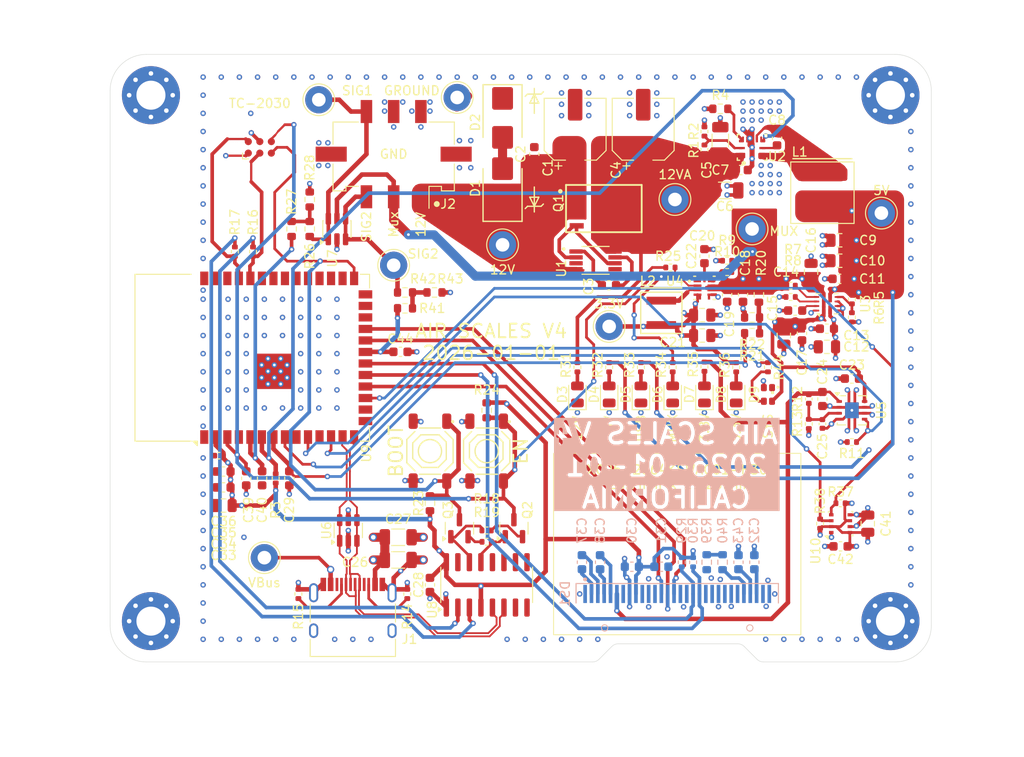
<source format=kicad_pcb>
(kicad_pcb (version 20241229) (generator "pcbnew") (generator_version "9.0")
  (title_block (title "AIR SCALE") (date "2025-11-23") (rev "V3"))
  (layers (0 "F.Cu" signal) (4 "In1.Cu" power) (6 "In2.Cu" power) (2 "B.Cu" signal) (13 "F.Paste" user) (15 "B.Paste" user) (5 "F.SilkS" user "F.Silkscreen") (7 "B.SilkS" user "B.Silkscreen") (1 "F.Mask" user) (3 "B.Mask" user) (25 "Edge.Cuts" user))
  (net 0 "")
  (net 1 "+12V")
  (net 2 "+5V")
  (net 3 "+3.3V")
  (net 4 "/TXD0")
  (net 5 "/RXD0")
  (net 6 "/USB_D-")
  (net 7 "/BOOT")
  (net 8 "/USB_D+")
  (net 9 "Net-(U1-VCAPH)")
  (net 10 "Net-(U1-VCAPL)")
  (net 11 "Net-(U2-BOOT)")
  (net 12 "Net-(D1-Pad2)")
  (net 13 "/EN")
  (net 14 "/LED")
  (net 15 "/5VPG")
  (net 16 "/SDA")
  (net 17 "/SCL")
  (net 18 "Net-(U2-EN)")
  (net 19 "Net-(U2-RT)")
  (net 20 "+12VA")
  (net 23 "Net-(D7-A)")
  (net 24 "/GATE")
  (net 25 "/PG")
  (net 26 "+5VBus")
  (net 27 "+5VMUX")
  (net 28 "GND")
  (net 29 "Net-(Q2-B)")
  (net 30 "Net-(Q2-E)")
  (net 31 "Net-(Q3-B)")
  (net 32 "Net-(Q3-E)")
  (net 33 "/5VNet")
  (net 36 "Net-(DS1-C1P)")
  (net 37 "Net-(DS1-C1N)")
  (net 38 "Net-(DS1-C2P)")
  (net 39 "Net-(DS1-C2N)")
  (net 40 "/CS")
  (net 41 "/SDIN")
  (net 42 "/SCLK")
  (net 43 "Net-(DS1-VCOMH)")
  (net 44 "Net-(DS1-VCC)")
  (net 45 "/RES")
  (net 46 "/D{slash}C")
  (net 47 "Net-(DS1-IREF)")
  (net 48 "Net-(U3-SS)")
  (net 49 "Net-(U4-SS{slash}TR)")
  (net 50 "+3.8V")
  (net 51 "/5V_MUX_GPIO")
  (net 52 "Net-(D8-A)")
  (net 53 "Net-(R10-Pad1)")
  (net 54 "Net-(D4-A)")
  (net 55 "Net-(D5-A)")
  (net 56 "Net-(D6-A)")
  (net 57 "/3.8VEN")
  (net 58 "Net-(J1-CC2)")
  (net 60 "Net-(J1-CC1)")
  (net 62 "Net-(U4-SW)")
  (net 63 "Net-(U3-PR1)")
  (net 64 "Net-(U3-ST)")
  (net 65 "Net-(U3-ILIM)")
  (net 66 "Net-(U4-MODE{slash}S-CONF)")
  (net 67 "Net-(R20-Pad1)")
  (net 68 "Net-(R26-Pad1)")
  (net 69 "Net-(R39-Pad2)")
  (net 71 "Net-(U5-FBNR)")
  (net 72 "Net-(U8-TXD)")
  (net 73 "Net-(U8-RXD)")
  (net 99 "Net-(D3-A)")
  (net 101 "/SIG_1")
  (net 102 "/SIG_2")
  (net 103 "/MIP_1")
  (net 104 "/MIP_2")
  (net 105 "Net-(R41-Pad1)")
  (net 106 "Net-(D9-DIN)")
  (footprint "MountingHole:MountingHole_3.2mm_M3_Pad_Via" (layer "F.Cu") (at 279.5 106.5)
    (property "Reference" "H2" (hide yes))
    (property "Value" "MountingHole_Pad")
  )
  (footprint "Capacitor_SMD:C_0603_1608Metric" (layer "F.Cu") (at 206 149.75 180)
    (property "Reference" "C34")
    (property "Value" "100nF")
  )
  (footprint "Capacitor_SMD:C_0805_2012Metric" (layer "F.Cu") (at 272.5 134.25 180)
    (property "Reference" "C12")
    (property "Value" "10uF")
  )
  (footprint "Resistor_SMD:R_0402_1005Metric" (layer "F.Cu") (at 262.5 136.5 -90)
    (property "Reference" "R36")
    (property "Value" "220")
  )
  (footprint "Connector_USB:USB_C_Receptacle_HRO_TYPE-C-31-M-12" (layer "F.Cu") (at 220.25 164.5)
    (property "Reference" "J1")
    (property "Value" "USB_C_Receptacle_USB2.0_16P")
  )
  (footprint "Resistor_SMD:R_0402_1005Metric" (layer "F.Cu") (at 214.25 161.5 90)
    (property "Reference" "R15")
    (property "Value" "5.1K")
  )
  (footprint "Resistor_SMD:R_0603_1608Metric" (layer "F.Cu") (at 229.25 128.25 180)
    (property "Reference" "R43")
    (property "Value" "100K")
  )
  (footprint "Capacitor_SMD:C_0603_1608Metric" (layer "F.Cu") (at 228.75 160.5 -90)
    (property "Reference" "C28")
    (property "Value" "100nF")
  )
  (footprint "Resistor_SMD:R_0402_1005Metric" (layer "F.Cu") (at 266 136.5 -90)
    (property "Reference" "R44")
    (property "Value" "220")
  )
  (footprint "XGL4020-222MEC:IND_XGL4020_COC" (layer "F.Cu") (at 254.25 130.5 -90)
    (property "Reference" "L2")
    (property "Value" "2.2uH")
  )
  (footprint "Resistor_SMD:R_0402_1005Metric" (layer "F.Cu") (at 255.25 125.5)
    (property "Reference" "R25")
    (property "Value" "10K")
  )
  (footprint "Resistor_SMD:R_0402_1005Metric" (layer "F.Cu") (at 261.5 126)
    (property "Reference" "R9")
    (property "Value" "47K")
  )
  (footprint "Package_TO_SOT_SMD:SOT-23" (layer "F.Cu") (at 238 154.25 90)
    (property "Reference" "Q2")
    (property "Value" "S8050")
  )
  (footprint "Capacitor_SMD:C_0805_2012Metric" (layer "F.Cu") (at 206 151.75 180)
    (property "Reference" "C33")
    (property "Value" "10uF")
  )
  (footprint "Capacitor_SMD:C_0402_1005Metric" (layer "F.Cu") (at 205.5 146.25 180)
    (property "Reference" "C36")
    (property "Value" "10nF")
  )
  (footprint "Capacitor_SMD:C_0603_1608Metric" (layer "F.Cu") (at 272 140 -90)
    (property "Reference" "C24")
    (property "Value" "2.2uF")
  )
  (footprint "Capacitor_SMD:CP_Elec_6.3x7.7" (layer "F.Cu") (at 252.25 110.25 90)
    (property "Reference" "C4")
    (property "Value" "47uF")
  )
  (footprint "Capacitor_SMD:C_0603_1608Metric" (layer "F.Cu") (at 275.25 137.75 180)
    (property "Reference" "C23")
    (property "Value" "2.2uF")
  )
  (footprint "TestPoint:TestPoint_THTPad_D3.0mm_Drill1.5mm" (layer "F.Cu") (at 216.5 107)
    (property "Reference" "TP8" (hide yes))
    (property "Value" "TestPoint_Probe")
  )
  (footprint "Resistor_SMD:R_0402_1005Metric" (layer "F.Cu") (at 234.99 154.5 180)
    (property "Reference" "R18")
    (property "Value" "10K")
  )
  (footprint "Capacitor_SMD:C_0402_1005Metric" (layer "F.Cu") (at 272 142.75 -90)
    (property "Reference" "C25")
    (property "Value" "10nF")
  )
  (footprint "PCM_JLCPCB:SW-SMD_4P-L5.1-W5.1-P3.70-LS6.5-TL-2" (layer "F.Cu") (at 235 145.75 -90)
    (property "Reference" "S1" (hide yes))
    (property "Value" "Tactile Button, 160gf")
  )
  (footprint "Capacitor_SMD:C_0805_2012Metric" (layer "F.Cu") (at 273.9 122.5 180)
    (property "Reference" "C9")
    (property "Value" "22uF")
  )
  (footprint "Capacitor_SMD:C_1206_3216Metric" (layer "F.Cu") (at 225.25 155.25)
    (property "Reference" "C27")
    (property "Value" "22uF")
  )
  (footprint "Capacitor_SMD:C_0603_1608Metric" (layer "F.Cu") (at 259 124.25 90)
    (property "Reference" "C22")
    (property "Value" "22nF")
  )
  (footprint "Resistor_SMD:R_0603_1608Metric" (layer "F.Cu") (at 215.5 118 -90)
    (property "Reference" "R28")
    (property "Value" "100K")
  )
  (footprint "Capacitor_SMD:CP_Elec_6.3x7.7" (layer "F.Cu") (at 244.75 110.25 90)
    (property "Reference" "C1")
    (property "Value" "47uF")
  )
  (footprint "Capacitor_SMD:C_0603_1608Metric" (layer "F.Cu") (at 269.75 132.75 -90)
    (property "Reference" "C17")
    (property "Value" "100nF")
  )
  (footprint "Connector:Tag-Connect_TC2030-IDC-FP_2x03_P1.27mm_Vertical" (layer "F.Cu") (at 210 112.25)
    (property "Reference" "J3" (hide yes))
    (property "Value" "TC2030-NL")
  )
  (footprint "LED_SMD:LED_0805_2012Metric" (layer "F.Cu") (at 262.5 139.5 90)
    (property "Reference" "D8")
    (property "Value" "LED_Small")
  )
  (footprint "Capacitor_SMD:C_0603_1608Metric" (layer "F.Cu") (at 213.25 148.75 -90)
    (property "Reference" "C29")
    (property "Value" "100nF")
  )
  (footprint "Resistor_SMD:R_0402_1005Metric" (layer "F.Cu") (at 255.5 136.5 -90)
    (property "Reference" "R34")
    (property "Value" "1K")
  )
  (footprint "TestPoint:TestPoint_THTPad_D3.0mm_Drill1.5mm" (layer "F.Cu") (at 278.5 119.5)
    (property "Reference" "TP3" (hide yes))
    (property "Value" "TestPoint_Probe")
  )
  (footprint "Capacitor_SMD:C_0603_1608Metric" (layer "F.Cu") (at 240.25 113 90)
    (property "Reference" "C2")
    (property "Value" "100nF")
  )
  (footprint "Resistor_SMD:R_0402_1005Metric" (layer "F.Cu") (at 275.25 131 90)
    (property "Reference" "R6")
    (property "Value" "4.7K")
  )
  (footprint "IAUC120N06S5L011:INF-PG-TDSON-8-33-V" (layer "F.Cu") (at 250.5075 119)
    (property "Reference" "Q1")
    (property "Value" "IAUC120N06S5L011" (hide yes))
  )
  (footprint "Capacitor_SMD:C_0603_1608Metric" (layer "F.Cu") (at 273.9 126.75 180)
    (property "Reference" "C11")
    (property "Value" "100nF")
  )
  (footprint "TestPoint:TestPoint_THTPad_D3.0mm_Drill1.5mm" (layer "F.Cu") (at 210.5 157.5)
    (property "Reference" "TP6" (hide yes))
    (property "Value" "TestPoint_Probe")
  )
  (footprint "Resistor_SMD:R_0603_1608Metric" (layer "F.Cu") (at 265 128.5 90)
    (property "Reference" "R20")
    (property "Value" "68K")
  )
  (footprint "PCM_JLCPCB:D_SMB" (layer "F.Cu") (at 236.75 116.75 90)
    (property "Reference" "D1")
    (property "Value" "SMBJ28A")
  )
  (footprint "Capacitor_SMD:C_0603_1608Metric" (layer "F.Cu") (at 208.5 148.75 -90)
    (property "Reference" "C39")
    (property "Value" "1uF")
  )
  (footprint "Resistor_SMD:R_0402_1005Metric" (layer "F.Cu") (at 259 112.5 90)
    (property "Reference" "R1")
    (property "Value" "100K")
  )
  (footprint "Inductor_SMD:L_Coilcraft_XAL6060-XXX" (layer "F.Cu") (at 272 117.25 -90)
    (property "Reference" "L1")
    (property "Value" "10uH")
  )
  (footprint "PCM_JLCPCB:LED-SMD_4P-L1.6-W1.5_XL-1615RGBC-WS2812B" (layer "F.Cu") (at 266 139.5 -90)
    (property "Reference" "D9")
    (property "Value" "WS2812B" (hide yes))
  )
  (footprint "MountingHole:MountingHole_3.2mm_M3_Pad_Via" (layer "F.Cu") (at 198 164.5)
    (property "Reference" "H3" (hide yes))
    (property "Value" "MountingHole_Pad")
  )
  (footprint "Package_TO_SOT_SMD:SOT-23-6" (layer "F.Cu") (at 218.5 121.25 90)
    (property "Reference" "U7")
    (property "Value" "USBLC6-2SC6")
  )
  (footprint "Capacitor_SMD:C_0805_2012Metric" (layer "F.Cu") (at 277 153.75 90)
    (property "Reference" "C41")
    (property "Value" "10uF")
  )
  (footprint "Resistor_SMD:R_0402_1005Metric" (layer "F.Cu") (at 261.5 124.75 180)
    (property "Reference" "R10")
    (property "Value" "15K")
  )
  (footprint "Capacitor_SMD:C_0805_2012Metric" (layer "F.Cu") (at 258.75 130.75)
    (property "Reference" "C20")
    (property "Value" "22uF")
  )
  (footprint "Resistor_SMD:R_0402_1005Metric" (layer "F.Cu") (at 211.75 148.75 -90)
    (property "Reference" "R3")
    (property "Value" "10K")
  )
  (footprint "Package_TO_SOT_SMD:SOT-23-6" (layer "F.Cu") (at 219.75 154.5 90)
    (property "Reference" "U6")
    (property "Value" "USBLC6-2SC6")
  )
  (footprint "TestPoint:TestPoint_THTPad_D3.0mm_Drill1.5mm" (layer "F.Cu") (at 255.75 118)
    (property "Reference" "TP2" (hide yes))
    (property "Value" "TestPoint_Probe")
  )
  (footprint "Resistor_SMD:R_0603_1608Metric" (layer "F.Cu") (at 264.25 132.75)
    (property "Reference" "R21")
    (property "Value" "220")
  )
  (footprint "Resistor_SMD:R_0603_1608Metric" (layer "F.Cu") (at 235 141.25 90)
    (property "Reference" "R24")
    (property "Value" "100K")
  )
  (footprint "Resistor_SMD:R_0402_1005Metric" (layer "F.Cu") (at 259 110.5 90)
    (property "Reference" "R2")
    (property "Value" "15K")
  )
  (footprint "Resistor_SMD:R_0603_1608Metric" (layer "F.Cu") (at 260.75 108 180)
    (property "Reference" "R4")
    (property "Value" "82K")
  )
  (footprint "LED_SMD:LED_0805_2012Metric" (layer "F.Cu") (at 259 139.5 90)
    (property "Reference" "D7")
    (property "Value" "LED_Small")
  )
  (footprint "Resistor_SMD:R_0402_1005Metric" (layer "F.Cu") (at 275.25 144.75 180)
    (property "Reference" "R11")
    (property "Value" "100K")
  )
  (footprint "LED_SMD:LED_0805_2012Metric" (layer "F.Cu") (at 255.5 139.5 90)
    (property "Reference" "D6")
    (property "Value" "LED_Small")
  )
  (footprint "Capacitor_SMD:C_0603_1608Metric" (layer "F.Cu") (at 206 148 180)
    (property "Reference" "C35")
    (property "Value" "100nF")
  )
  (footprint "Capacitor_SMD:C_0603_1608Metric" (layer "F.Cu") (at 272.5 132.25 180)
    (property "Reference" "C13")
    (property "Value" "100nF")
  )
  (footprint "Resistor_SMD:R_0402_1005Metric" (layer "F.Cu") (at 268.5 127.5 180)
    (property "Reference" "R7")
    (property "Value" "10K")
  )
  (footprint "Capacitor_SMD:C_0603_1608Metric" (layer "F.Cu") (at 210.25 148.75 -90)
    (property "Reference" "C40")
    (property "Value" "100nF")
  )
  (footprint "TestPoint:TestPoint_THTPad_D3.0mm_Drill1.5mm" (layer "F.Cu") (at 231.75 106.75)
    (property "Reference" "TP7" (hide yes))
    (property "Value" "TestPoint_Probe")
  )
  (footprint "Capacitor_SMD:C_0603_1608Metric" (layer "F.Cu") (at 225.5 134.8)
    (property "Reference" "C44")
    (property "Value" "100nF")
  )
  (footprint "Package_DFN_QFN:Texas_DRB0008A" (layer "F.Cu") (at 275.25 141.25)
    (property "Reference" "U5")
    (property "Value" "TPS73501DRBR")
  )
  (footprint "LED_SMD:LED_0805_2012Metric" (layer "F.Cu") (at 248.5 139.5 90)
    (property "Reference" "D4")
    (property "Value" "LED_Small")
  )
  (footprint "Capacitor_SMD:C_0603_1608Metric" (layer "F.Cu") (at 261.5 128.5 -90)
    (property "Reference" "C19")
    (property "Value" "100nF")
  )
  (footprint "Resistor_SMD:R_0402_1005Metric" (layer "F.Cu") (at 271.75 153.75 90)
    (property "Reference" "R38")
    (property "Value" "1K")
  )
  (footprint "LED_SMD:LED_0805_2012Metric" (layer "F.Cu") (at 252 139.5 90)
    (property "Reference" "D5")
    (property "Value" "LED_Small")
  )
  (footprint "MountingHole:MountingHole_3.2mm_M3_Pad_Via" (layer "F.Cu") (at 198 106.5)
    (property "Reference" "H1" (hide yes))
    (property "Value" "MountingHole_Pad")
  )
  (footprint "Capacitor_SMD:C_0603_1608Metric" (layer "F.Cu") (at 269 130.25 180)
    (property "Reference" "C14")
    (property "Value" "100nF")
  )
  (footprint "TestPoint:TestPoint_THTPad_D3.0mm_Drill1.5mm" (layer "F.Cu") (at 248.5 132)
    (property "Reference" "TP5" (hide yes))
    (property "Value" "TestPoint_Probe")
  )
  (footprint "Resistor_SMD:R_0402_1005Metric" (layer "F.Cu") (at 275.25 129 90)
    (property "Reference" "R5")
    (property "Value" "10K")
  )
  (footprint "Capacitor_SMD:C_0603_1608Metric" (layer "F.Cu") (at 263.25 128.5 -90)
    (property "Reference" "C18")
    (property "Value" "100nF")
  )
  (footprint "Resistor_SMD:R_0402_1005Metric" (layer "F.Cu") (at 259 136.4375 -90)
    (property "Reference" "R35")
    (property "Value" "500")
  )
  (footprint "TestPoint:TestPoint_THTPad_D3.0mm_Drill1.5mm" (layer "F.Cu") (at 236.75 123)
    (property "Reference" "TP1" (hide yes))
    (property "Value" "TestPoint_Probe")
  )
  (footprint "Resistor_SMD:R_0402_1005Metric" (layer "F.Cu") (at 274 151.5 180)
    (property "Reference" "R37")
    (property "Value" "1K")
  )
  (footprint "Package_TO_SOT_SMD:SOT-23" (layer "F.Cu") (at 232 154.25 90)
    (property "Reference" "Q3")
    (property "Value" "S8050")
  )
  (footprint "Resistor_SMD:R_0402_1005Metric" (layer "F.Cu") (at 270.5 142.75 -90)
    (property "Reference" "R13")
    (property "Value" "10K")
  )
  (footprint "TestPoint:TestPoint_THTPad_D3.0mm_Drill1.5mm" (layer "F.Cu") (at 264.25 121.25)
    (property "Reference" "TP4" (hide yes))
    (property "Value" "TestPoint_Probe" (hide yes))
  )
  (footprint "MountingHole:MountingHole_3.2mm_M3_Pad_Via" (layer "F.Cu") (at 279.5 164.5)
    (property "Reference" "H4" (hide yes))
    (property "Value" "MountingHole_Pad")
  )
  (footprint "Resistor_SMD:R_0402_1005Metric" (layer "F.Cu") (at 226.25 161.5 90)
    (property "Reference" "R14")
    (property "Value" "5.1K")
  )
  (footprint "Capacitor_SMD:C_0805_2012Metric" (layer "F.Cu") (at 258.75 133)
    (property "Reference" "C21")
    (property "Value" "22uF")
  )
  (footprint "Resistor_SMD:R_0402_1005Metric" (layer "F.Cu") (at 207.25 123.75 90)
    (property "Reference" "R17")
    (property "Value" "1K")
  )
  (footprint "Resistor_SMD:R_0603_1608Metric" (layer "F.Cu") (at 215.5 121.25 -90)
    (property "Reference" "R26")
    (property "Value" "68K")
  )
  (footprint "Package_LGA:Bosch_LGA-8_2.5x2.5mm_P0.65mm_ClockwisePinNumbering" (layer "F.Cu") (at 274 153.75 90)
    (property "Reference" "U10")
    (property "Value" "BME280")
  )
  (footprint "TPS62901Q1:VQFNHR9_RYT_TEX" (layer "F.Cu") (at 259 127.75)
    (property "Reference" "U4")
    (property "Value" "TPS62901Q1")
  )
  (footprint "PCM_JLCPCB:SW-SMD_4P-L5.1-W5.1-P3.70-LS6.5-TL-2" (layer "F.Cu") (at 228.75 145.75 -90)
    (property "Reference" "S2" (hide yes))
    (property "Value" "Tactile Button, 160gf")
  )
  (footprint "Package_SO:SOP-16_3.9x9.9mm_P1.27mm" (layer "F.Cu") (at 235 160.5 90)
    (property "Reference" "U8")
    (property "Value" "CH340C")
  )
  (footprint "Capacitor_SMD:C_0603_1608Metric" (layer "F.Cu") (at 274 156.25 180)
    (property "Reference" "C42")
    (property "Value" "100nF")
  )
  (footprint "Resistor_SMD:R_0402_1005Metric" (layer "F.Cu") (at 245 136.5 -90)
    (property "Reference" "R31")
    (property "Value" "4.7K")
  )
  (footprint "Resistor_SMD:R_0603_1608Metric" (layer "F.Cu") (at 226 130)
    (property "Reference" "R42")
    (property "Value" "220")
  )
  (footprint "Resistor_SMD:R_0402_1005Metric" (layer "F.Cu") (at 252 136.5 -90)
    (property "Reference" "R33")
    (property "Value" "1K")
  )
  (footprint "Connector_Molex:Molex_Micro-Fit_3.0_43045-0618_2x03-1MP_P3.00mm_Vertical" (layer "F.Cu") (at 224.75 113 180)
    (property "Reference" "J2")
    (property "Value" "Conn_02x03_Odd_Even")
  )
  (footprint "Resistor_SMD:R_0603_1608Metric" (layer "F.Cu") (at 228.75 151.5 -90)
    (property "Reference" "R23")
    (property "Value" "100K")
  )
  (footprint "Resistor_SMD:R_0402_1005Metric" (layer "F.Cu") (at 209.25 123.75 90)
    (property "Reference" "R16")
    (property "Value" "1K")
  )
  (footprint "LMR60420:RAK0009A-MFG" (layer "F.Cu") (at 264.25 112.25 90)
    (property "Reference" "U2")
    (property "Value" "LMR604205SRAKRQ1")
  )
  (footprint "Capacitor_SMD:C_1206_3216Metric" (layer "F.Cu") (at 260.75 111.5 90)
    (property "Reference" "C5")
    (property "Value" "10uF")
  )
  (footprint "Capacitor_SMD:C_0805_2012Metric" (layer "F.Cu") (at 273.9 124.75 180)
    (property "Reference" "C10")
    (property "Value" "10uF")
  )
  (footprint "RF_Module:ESP32-S3-WROOM-1" (layer "F.Cu") (at 209.14 135.45 90)
    (property "Reference" "U9")
    (property "Value" "ESP32-S3-WROOM-1")
  )
  (footprint "LM74610QDGKTQ1:SOP65P490X110-8N" (layer "F.Cu") (at 247 124.71)
    (property "Reference" "U1")
    (property "Value" "LM74610QDGKTQ1")
  )
  (footprint "Capacitor_SMD:C_0603_1608Metric" (layer "F.Cu") (at 263 114.75)
    (property "Reference" "C7")
    (property "Value" "100nF")
  )
  (footprint "Resistor_SMD:R_0402_1005Metric" (layer "F.Cu") (at 268.5 128.75 180)
    (property "Reference" "R8")
    (property "Value" "82K")
  )
  (footprint "Capacitor_SMD:C_0805_2012Metric" (layer "F.Cu") (at 267.75 133 -90)
    (property "Reference" "C15")
    (property "Value" "22uF")
  )
  (footprint "PCM_JLCPCB:D_SMB" (layer "F.Cu") (at 236.75 109 -90)
    (property "Reference" "D2")
    (property "Value" "SMBJ14A")
  )
  (footprint "Resistor_SMD:R_0603_1608Metric" (layer "F.Cu") (at 264.25 131)
    (property "Reference" "R22")
    (property "Value" "100K")
  )
  (footprint "Capacitor_SMD:C_1206_3216Metric" (layer "F.Cu") (at 261.25 117)
    (property "Reference" "C6")
    (property "Value" "10uF")
  )
  (footprint "LED_SMD:LED_0805_2012Metric" (layer "F.Cu") (at 245 139.5 90)
    (property "Reference" "D3")
    (property "Value" "LED_Small")
  )
  (footprint "Resistor_SMD:R_0402_1005Metric" (layer "F.Cu") (at 235 155.75)
    (property "Reference" "R19")
    (property "Value" "10K")
  )
  (footprint "Capacitor_SMD:C_0805_2012Metric" (layer "F.Cu") (at 270.75 126 90)
    (property "Reference" "C16")
    (property "Value" "22uF")
  )
  (footprint "Resistor_SMD:R_0603_1608Metric" (layer "F.Cu") (at 213.5 121.25 90)
    (property "Reference" "R27")
    (property "Value" "220")
  )
  (footprint "Resistor_SMD:R_0603_1608Metric" (layer "F.Cu") (at 226 128.25 180)
    (property "Reference" "R41")
    (property "Value" "68K")
  )
  (footprint "Capacitor_SMD:C_0603_1608Metric" (layer "F.Cu") (at 267 111.25 90)
    (property "Reference" "C8")
    (property "Value" "100nF")
  )
  (footprint "Package_DFN_QFN:Texas_VQFN-HR-12_2x2.5mm_P0.5mm" (layer "F.Cu") (at 272.5 129.5 90)
    (property "Reference" "U3")
    (property "Value" "TPS2121RUXR")
  )
  (footprint "Resistor_SMD:R_0402_1005Metric" (layer "F.Cu") (at 248.5 136.5 -90)
    (property "Reference" "R32")
    (property "Value" "1K")
  )
  (footprint "TestPoint:TestPoint_THTPad_D3.0mm_Drill1.5mm" (layer "F.Cu") (at 224.75 125.25 90)
    (property "Reference" "TP9" (hide yes))
    (property "Value" "TestPoint_Probe")
  )
  (footprint "Capacitor_SMD:C_0402_1005Metric" (layer "F.Cu") (at 270.5 140 -90)
    (property "Reference" "R12")
    (property "Value" "22K")
  )
  (footprint "Capacitor_SMD:C_0603_1608Metric" (layer "F.Cu") (at 248.475 127.46 180)
    (property "Reference" "C3")
    (property "Value" "2.2uF")
  )
  (footprint "Capacitor_SMD:C_1206_3216Metric" (layer "F.Cu") (at 225.25 157.75)
    (property "Reference" "C26")
    (property "Value" "22uF")
  )
  (footprint "Resistor_SMD:R_0402_1005Metric" (layer "B.Cu") (at 256.5 158 -90)
    (property "Reference" "R29")
    (property "Value" "4.7K")
  )
  (footprint "Capacitor_SMD:C_0603_1608Metric" (layer "B.Cu") (at 254.25 158.5)
    (property "Reference" "C31")
    (property "Value" "100nF")
  )
  (footprint "Capacitor_SMD:C_0603_1608Metric" (layer "B.Cu") (at 245.5 158 90)
    (property "Reference" "C37")
    (property "Value" "100nF")
  )
  (footprint "Display:OLED-128O064D" (layer "B.Cu") (at 256 161.5)
    (property "Reference" "DS1")
    (property "Value" "OLED-128O064D")
  )
  (footprint "Capacitor_SMD:C_0603_1608Metric" (layer "B.Cu") (at 247.5 158 90)
    (property "Reference" "C38")
    (property "Value" "100nF")
  )
  (footprint "Capacitor_SMD:C_0603_1608Metric" (layer "B.Cu") (at 262.75 158 -90)
    (property "Reference" "C43")
    (property "Value" "4.7uF")
  )
  (footprint "Capacitor_SMD:C_0603_1608Metric" (layer "B.Cu") (at 251 158.5 180)
    (property "Reference" "C30")
    (property "Value" "100nF")
  )
  (footprint "Resistor_SMD:R_0402_1005Metric" (layer "B.Cu") (at 257.75 158 -90)
    (property "Reference" "R30")
    (property "Value" "4.7K")
  )
  (footprint "Capacitor_SMD:C_0603_1608Metric" (layer "B.Cu") (at 264.5 158 90)
    (property "Reference" "C32")
    (property "Value" "2.2uF")
  )
  (footprint "Resistor_SMD:R_0603_1608Metric" (layer "B.Cu") (at 261 158 -90)
    (property "Reference" "R40")
    (property "Value" "300K")
  )
  (footprint "Resistor_SMD:R_0603_1608Metric" (layer "B.Cu") (at 259.25 158 90)
    (property "Reference" "R39")
    (property "Value" "300K")
  )
  (gr_line (start 239.5 106.375) (end 239.25 106.625) (stroke (width 0.15)) (layer "F.SilkS"))
  (gr_line (start 240.25 108.5) (end 240.25 105.75) (stroke (width 0.15)) (layer "F.SilkS"))
  (gr_line (start 240.25 118.75) (end 239.75 117.75) (stroke (width 0.15)) (layer "F.SilkS"))
  (gr_line (start 240.25 106.375) (end 240.75 107.375) (stroke (width 0.15)) (layer "F.SilkS"))
  (gr_circle (center 267.1 138.7) (end 267.18 138.7) (stroke (width 0.15)) (fill yes) (layer "F.SilkS"))
  (gr_rect (start 242.375 146) (end 269.625 166) (stroke (width 0.1)) (fill no) (layer "F.SilkS"))
  (gr_line (start 240.75 107.375) (end 239.75 107.375) (stroke (width 0.15)) (layer "F.SilkS"))
  (gr_line (start 240.75 117.75) (end 240.25 118.75) (stroke (width 0.15)) (layer "F.SilkS"))
  (gr_circle (center 229.5 118.5) (end 229.5 118.75) (stroke (width 0.15)) (fill yes) (layer "F.SilkS"))
  (gr_line (start 239.75 107.375) (end 240.25 106.375) (stroke (width 0.15)) (layer "F.SilkS"))
  (gr_line (start 240.25 116.625) (end 240.25 119.375) (stroke (width 0.15)) (layer "F.SilkS"))
  (gr_line (start 239.25 119) (end 239.5 118.75) (stroke (width 0.15)) (layer "F.SilkS"))
  (gr_line (start 241 106.375) (end 239.5 106.375) (stroke (width 0.15)) (layer "F.SilkS"))
  (gr_line (start 252 127.75) (end 256.5 127.75) (stroke (width 0.15)) (layer "F.SilkS"))
  (gr_line (start 239.5 118.75) (end 241 118.75) (stroke (width 0.15)) (layer "F.SilkS"))
  (gr_line (start 241 118.75) (end 241.25 118.5) (stroke (width 0.15)) (layer "F.SilkS"))
  (gr_line (start 241.25 106.125) (end 241 106.375) (stroke (width 0.15)) (layer "F.SilkS"))
  (gr_line (start 239.75 117.75) (end 240.75 117.75) (stroke (width 0.15)) (layer "F.SilkS"))
  (gr_line (start 268.75 113.5) (end 275.25 113.5) (stroke (width 0.15)) (layer "F.SilkS"))
  (gr_circle (center 245.85 159.9) (end 245.95 159.8) (stroke (width 0.15)) (fill yes) (layer "B.SilkS"))
  (gr_arc (start 248.792893 167.292893) (mid 249.117317 167.076125) (end 249.5 167) (stroke (width 0.05)) (layer "Edge.Cuts"))
  (gr_line (start 249.5 167) (end 262.671572 167) (stroke (width 0.05)) (layer "Edge.Cuts"))
  (gr_arc (start 280 102) (mid 282.828427 103.171573) (end 284 106) (stroke (width 0.05)) (layer "Edge.Cuts"))
  (gr_arc (start 247.378679 168.707107) (mid 247.054256 168.92388) (end 246.671572 169) (stroke (width 0.05)) (layer "Edge.Cuts"))
  (gr_line (start 193.5 165) (end 193.5 106) (stroke (width 0.05)) (layer "Edge.Cuts"))
  (gr_line (start 246.671572 169) (end 197.5 169) (stroke (width 0.05)) (layer "Edge.Cuts"))
  (gr_line (start 280 169) (end 265.5 169) (stroke (width 0.05)) (layer "Edge.Cuts"))
  (gr_line (start 248.792893 167.292893) (end 247.378679 168.707107) (stroke (width 0.05)) (layer "Edge.Cuts"))
  (gr_line (start 263.378679 167.292893) (end 264.792893 168.707107) (stroke (width 0.05)) (layer "Edge.Cuts"))
  (gr_line (start 197.5 102) (end 280 102) (stroke (width 0.05)) (layer "Edge.Cuts"))
  (gr_arc (start 197.5 169) (mid 194.671573 167.828427) (end 193.5 165) (stroke (width 0.05)) (layer "Edge.Cuts"))
  (gr_line (start 284 106) (end 284 165) (stroke (width 0.05)) (layer "Edge.Cuts"))
  (gr_arc (start 265.5 169) (mid 265.117317 168.92388) (end 264.792893 168.707107) (stroke (width 0.05)) (layer "Edge.Cuts"))
  (gr_arc (start 262.671572 167) (mid 263.054258 167.076116) (end 263.378679 167.292893) (stroke (width 0.05)) (layer "Edge.Cuts"))
  (gr_arc (start 284 165) (mid 282.828427 167.828427) (end 280 169) (stroke (width 0.05)) (layer "Edge.Cuts"))
  (gr_arc (start 193.5 106) (mid 194.671573 103.171573) (end 197.5 102) (stroke (width 0.05)) (layer "Edge.Cuts"))
  (gr_text "X096-2864KSWAG01-H30\n26.7mm x 19.26mm" (at 256 150 0) (layer "F.SilkS") (effects (font (size 1 1)) (justify bottom)))
  (gr_text "AIR SCALES V4\n2026-01-01\n" (at 235.5 135.8 0) (layer "F.SilkS") (effects (font (size 1.5 1.5) (thickness 0.2)) (justify bottom)))
  (gr_text "AIR SCALES V4\n2026-01-01\nCALIFORNIA" (at 254.8 152.2 0) (layer "B.SilkS" knockout) (effects (font (size 2.2 2.2) (thickness 0.4)) (justify bottom mirror)))
  (segment (start 244.85 125.685) (end 243.435 125.685) (width 0.5) (layer "F.Cu") (net 1))
  (segment (start 236.1 118.25) (end 236.75 118.9) (width 1) (layer "F.Cu") (net 1))
  (segment (start 243.435 125.685) (end 243.25 125.5) (width 0.5) (layer "F.Cu") (net 1))
  (segment (start 274.46 127.9) (end 275 128.44) (width 0.4) (layer "F.Cu") (net 2))
  (segment (start 249.49 135.99) (end 248.5 135.99) (width 0.4) (layer "F.Cu") (net 2))
  (segment (start 250.25 136.75) (end 249.49 135.99) (width 0.4) (layer "F.Cu") (net 2))
  (segment (start 272.85 128.4) (end 273.35 127.9) (width 0.4) (layer "F.Cu") (net 2))
  (segment (start 273.35 127.9) (end 273.9 127.9) (width 0.4) (layer "F.Cu") (net 2))
  (segment (start 272.85 128.825) (end 272.85 128.4) (width 0.4) (layer "F.Cu") (net 2))
  (segment (start 273.9 127.9) (end 274.46 127.9) (width 0.4) (layer "F.Cu") (net 2))
  (segment (start 250.25 141.5) (end 250.25 136.75) (width 0.4) (layer "F.Cu") (net 2))
  (via (at 275.75 124.75) (size 0.6) (drill 0.3) (layers "F.Cu" "B.Cu") (net 2))
  (via (at 275.75 122.5) (size 0.6) (drill 0.3) (layers "F.Cu" "B.Cu") (net 2))
  (via (at 279.75 128.25) (size 0.6) (drill 0.3) (layers "F.Cu" "B.Cu") (net 2))
  (via (at 276 128.25) (size 0.6) (drill 0.3) (layers "F.Cu" "B.Cu") (net 2))
  (via (at 275.5 126.75) (size 0.6) (drill 0.3) (layers "F.Cu" "B.Cu") (net 2))
  (via (at 273.35 127.9) (size 0.6) (drill 0.3) (layers "F.Cu" "B.Cu") (net 2))
  (via (at 250.25 141.5) (size 0.6) (drill 0.3) (layers "F.Cu" "B.Cu") (net 2))
  (via (at 275.25 119.25) (size 0.6) (drill 0.3) (layers "F.Cu" "B.Cu") (net 2))
  (segment (start 279.75 144.95) (end 279.75 128.25) (width 0.4) (layer "B.Cu") (net 2))
  (segment (start 250.25 141.5) (end 257.5 148.75) (width 0.4) (layer "B.Cu") (net 2))
  (segment (start 257.5 148.75) (end 275.95 148.75) (width 0.4) (layer "B.Cu") (net 2))
  (segment (start 275.95 148.75) (end 279.75 144.95) (width 0.4) (layer "B.Cu") (net 2))
  (segment (start 254.0962 132) (end 254.25 131.8462) (width 0.5) (layer "F.Cu") (net 3))
  (segment (start 258.2375 128.500189) (end 258.2375 129.2625) (width 0.3) (layer "F.Cu") (net 3))
  (segment (start 229.766892 156.733108) (end 230.555 157.521216) (width 0.5) (layer "F.Cu") (net 3))
  (segment (start 274.644 153.425) (end 275.025 153.425) (width 0.3) (layer "F.Cu") (net 3))
  (segment (start 234.23 160.5) (end 233.25 160.5) (width 0.5) (layer "F.Cu") (net 3))
  (segment (start 272.975 154.075) (end 273.994 154.075) (width 0.3) (layer "F.Cu") (net 3))
  (segment (start 276.975 154.725) (end 277 154.7) (width 0.3) (layer "F.Cu") (net 3))
  (segment (start 231.5 160.5) (end 233.25 160.5) (width 0.5) (layer "F.Cu") (net 3))
  (segment (start 257.8 134.05) (end 257.8 133) (width 0.5) (layer "F.Cu") (net 3))
  (segment (start 262.5 135.99) (end 261.49 135.99) (width 0.5) (layer "F.Cu") (net 3))
  (segment (start 228.75 159.725) (end 228.855 159.725) (width 0.5) (layer "F.Cu") (net 3))
  (segment (start 205.15 145.110001) (end 205.15 144.2) (width 0.5) (layer "F.Cu") (net 3))
  (segment (start 274.175 154.725) (end 273.525 154.075) (width 0.3) (layer "F.Cu") (net 3))
  (segment (start 205.98 146.25) (end 205.98 145.940001) (width 0.5) (layer "F.Cu") (net 3))
  (segment (start 272.975 154.075) (end 271.935 154.075) (width 0.3) (layer "F.Cu") (net 3))
  (segment (start 256 131.8462) (end 256.7038 131.8462) (width 0.5) (layer "F.Cu") (net 3))
  (segment (start 206.95 149.925) (end 206.775 149.75) (width 0.5) (layer "F.Cu") (net 3))
  (segment (start 228.75 153.25) (end 228.75 154) (width 0.5) (layer "F.Cu") (net 3))
  (segment (start 275.75 156.25) (end 274.775 156.25) (width 0.5) (layer "F.Cu") (net 3))
  (segment (start 254.25 131.8462) (end 256 131.8462) (width 0.5) (layer "F.Cu") (net 3))
  (segment (start 257.8 133) (end 256.5 133) (width 0.5) (layer "F.Cu") (net 3))
  (segment (start 275.025 154.725) (end 275.025 156) (width 0.3) (layer "F.Cu") (net 3))
  (segment (start 206.775 148.9) (end 206.775 147.32) (width 0.5) (layer "F.Cu") (net 3))
  (segment (start 274.51 151.5) (end 274.472 151.538) (width 0.3) (layer "F.Cu") (net 3))
  (segment (start 258.2375 129.2625) (end 258 129.5) (width 0.3) (layer "F.Cu") (net 3))
  (segment (start 210.5 151.75) (end 208 151.75) (width 0.5) (layer "F.Cu") (net 3))
  (segment (start 273.525 154.075) (end 272.975 154.075) (width 0.3) (layer "F.Cu") (net 3))
  (segment (start 229.25 154.5) (end 229.25 156.216216) (width 0.5) (layer "F.Cu") (net 3))
  (segment (start 234.365 160.635) (end 234.365 162.975) (width 0.5) (layer "F.Cu") (net 3))
  (segment (start 260 134.5) (end 258.25 134.5) (width 0.5) (layer "F.Cu") (net 3))
  (segment (start 237.2125 140.5375) (end 237.075 140.4) (width 0.5) (layer "F.Cu") (net 3))
  (segment (start 241.5 144.825) (end 237.2125 140.5375) (width 0.5) (layer "F.Cu") (net 3))
  (segment (start 251.775 157.5) (end 251.775 156.775) (width 0.5) (layer "F.Cu") (net 3))
  (segment (start 206.95 150.6) (end 206.95 149.925) (width 0.5) (layer "F.Cu") (net 3))
  (segment (start 208 151.75) (end 206.95 151.75) (width 0.5) (layer "F.Cu") (net 3))
  (segment (start 248.5 132) (end 252.25 132) (width 0.5) (layer "F.Cu") (net 3))
  (segment (start 258.25 134.5) (end 257.8 134.05) (width 0.5) (layer "F.Cu") (net 3))
  (segment (start 258 130.55) (end 257.8 130.75) (width 0.5) (layer "F.Cu") (net 3))
  (segment (start 261.49 135.99) (end 260 134.5) (width 0.5) (layer "F.Cu") (net 3))
  (segment (start 230.555 157.521216) (end 230.555 158) (width 0.5) (layer "F.Cu") (net 3))
  (segment (start 230.555 158.025) (end 230.555 159.555) (width 0.5) (layer "F.Cu") (net 3))
  (segment (start 235.025 140.4) (end 235 140.425) (width 0.5) (layer "F.Cu") (net 3))
  (segment (start 228.855 159.725) (end 229.79 158.79) (width 0.5) (layer "F.Cu") (net 3))
  (segment (start 256.5 133) (end 256 132.5) (width 0.5) (layer "F.Cu") (net 3))
  (segment (start 211.75 150.1) (end 211.75 150.5) (width 0.5) (layer "F.Cu") (net 3))
  (segment (start 205.98 145.940001) (end 205.15 145.110001) (width 0.5) (layer "F.Cu") (net 3))
  (segment (start 211.75 150.1) (end 211.75 149.26) (width 0.5) (layer "F.Cu") (net 3))
  (segment (start 205.98 146.525) (end 205.98 146.25) (width 0.5) (layer "F.Cu") (net 3))
  (segment (start 275.025 156) (end 274.775 156.25) (width 0.3) (layer "F.Cu") (net 3))
  (segment (start 206.775 149.625) (end 206.775 148.9) (width 0.5) (layer "F.Cu") (net 3))
  (segment (start 241.5 155.45) (end 241.5 144.825) (width 0.5) (layer "F.Cu") (net 3))
  (segment (start 230.555 159.555) (end 231.5 160.5) (width 0.5) (layer "F.Cu") (net 3))
  (segment (start 256.7038 131.8462) (end 257.8 130.75) (width 0.5) (layer "F.Cu") (net 3))
  (segment (start 275.25 151.5) (end 274.51 151.5) (width 0.5) (layer "F.Cu") (net 3))
  (segment (start 241.5 155.45) (end 241.5 159) (width 0.5) (layer "F.Cu") (net 3))
  (segment (start 206.95 151.75) (end 206.95 150.6) (width 0.5) (layer "F.Cu") (net 3))
  (segment (start 271.75 155) (end 271.75 154.26) (width 0.5) (layer "F.Cu") (net 3))
  (segment (start 206.775 147.32) (end 206.4775 147.0225) (width 0.5) (layer "F.Cu") (net 3))
  (segment (start 234.365 160.635) (end 234.23 160.5) (width 0.5) (layer "F.Cu") (net 3))
  (segment (start 229.79 158.79) (end 230.555 158.025) (width 0.5) (layer "F.Cu") (net 3))
  (segment (start 206.4775 147.0225) (end 205.98 146.525) (width 0.5) (layer "F.Cu") (net 3))
  (segment (start 274.472 153.253) (end 274.644 153.425) (width 0.3) (layer "F.Cu") (net 3))
  (segment (start 275.025 154.725) (end 276.975 154.725) (width 0.3) (layer "F.Cu") (net 3))
  (segment (start 256 132.5) (end 256 131.8462) (width 0.5) (layer "F.Cu") (net 3))
  (segment (start 274.472 151.538) (end 274.472 153.253) (width 0.3) (layer "F.Cu") (net 3))
  (segment (start 228.75 153.25) (end 228.75 152.325) (width 0.5) (layer "F.Cu") (net 3))
  (segment (start 211.75 150.5) (end 210.5 151.75) (width 0.5) (layer "F.Cu") (net 3))
  (segment (start 257.8 130.75) (end 257 130.75) (width 0.5) (layer "F.Cu") (net 3))
  (segment (start 273.994 154.075) (end 274.644 153.425) (width 0.3) (layer "F.Cu") (net 3))
  (segment (start 275.025 154.725) (end 274.175 154.725) (width 0.3) (layer "F.Cu") (net 3))
  (segment (start 271.935 154.075) (end 271.75 154.26) (width 0.3) (layer "F.Cu") (net 3))
  (segment (start 258 129.5) (end 258 130.55) (width 0.5) (layer "F.Cu") (net 3))
  (segment (start 237.075 140.4) (end 235.025 140.4) (width 0.5) (layer "F.Cu") (net 3))
  (segment (start 277 155.75) (end 277 154.7) (width 0.5) (layer "F.Cu") (net 3))
  (segment (start 250.45 155.45) (end 241.5 155.45) (width 0.5) (layer "F.Cu") (net 3))
  (segment (start 251.775 156.775) (end 250.45 155.45) (width 0.5) (layer "F.Cu") (net 3))
  (segment (start 257 130.75) (end 256.75 130.5) (width 0.5) (layer "F.Cu") (net 3))
  (segment (start 228.75 154) (end 229.25 154.5) (width 0.5) (layer "F.Cu") (net 3))
  (segment (start 229.25 156.216216) (end 229.766892 156.733108) (width 0.5) (layer "F.Cu") (net 3))
  (segment (start 241.5 159) (end 240 160.5) (width 0.5) (layer "F.Cu") (net 3))
  (segment (start 252.25 132) (end 254.0962 132) (width 0.5) (layer "F.Cu") (net 3))
  (segment (start 257.8 130.75) (end 257.8 133) (width 0.5) (layer "F.Cu") (net 3))
  (segment (start 240 160.5) (end 233.25 160.5) (width 0.5) (layer "F.Cu") (net 3))
  (via (at 252.25 132) (size 0.6) (drill 0.3) (layers "F.Cu" "B.Cu") (net 3))
  (via (at 206.775 148.9) (size 0.6) (drill 0.3) (layers "F.Cu" "B.Cu") (net 3))
  (via (at 277 155.75) (size 0.6) (drill 0.3) (layers "F.Cu" "B.Cu") (net 3))
  (via (at 206.95 150.6) (size 0.6) (drill 0.3) (layers "F.Cu" "B.Cu") (net 3))
  (via (at 229.766892 156.733108) (size 0.6) (drill 0.3) (layers "F.Cu" "B.Cu") (net 3))
  (via (at 258 129.5) (size 0.6) (drill 0.3) (layers "F.Cu" "B.Cu") (net 3))
  (via (at 275.75 156.25) (size 0.6) (drill 0.3) (layers "F.Cu" "B.Cu") (net 3))
  (via (at 271.75 155) (size 0.6) (drill 0.3) (layers "F.Cu" "B.Cu") (net 3))
  (via (at 251.775 157.5) (size 0.6) (drill 0.3) (layers "F.Cu" "B.Cu") (net 3))
  (via (at 256.75 130.5) (size 0.6) (drill 0.3) (layers "F.Cu" "B.Cu") (net 3))
  (via (at 206.4775 147.0225) (size 0.6) (drill 0.3) (layers "F.Cu" "B.Cu") (net 3))
  (via (at 208 151.75) (size 0.6) (drill 0.3) (layers "F.Cu" "B.Cu") (net 3))
  (via (at 275.25 151.5) (size 0.6) (drill 0.3) (layers "F.Cu" "B.Cu") (net 3))
  (via (at 234.365 160.635) (size 0.6) (drill 0.3) (layers "F.Cu" "B.Cu") (net 3))
  (via (at 257.75 156.75) (size 0.6) (drill 0.3) (layers "F.Cu" "B.Cu") (net 3))
  (via (at 211.75 150.1) (size 0.6) (drill 0.3) (layers "F.Cu" "B.Cu") (net 3))
  (via (at 228.75 153.25) (size 0.6) (drill 0.3) (layers "F.Cu" "B.Cu") (net 3))
  (via (at 256.5 133) (size 0.6) (drill 0.3) (layers "F.Cu" "B.Cu") (net 3))
  (via (at 237.2125 140.5375) (size 0.6) (drill 0.3) (layers "F.Cu" "B.Cu") (net 3))
  (segment (start 257.75 156.75) (end 257.75 157.49) (width 0.5) (layer "B.Cu") (net 3))
  (segment (start 255.51 156.5) (end 256.5 157.49) (width 0.4) (layer "B.Cu") (net 3))
  (segment (start 257.75 157.49) (end 256.5 157.49) (width 0.4) (layer "B.Cu") (net 3))
  (segment (start 253.475 158.5) (end 253.475 157.5) (width 0.4) (layer "B.Cu") (net 3))
  (segment (start 251.45 159.475) (end 251.775 159.15) (width 0.4) (layer "B.Cu") (net 3))
  (segment (start 211.75 150.1) (end 211.75 152.25) (width 0.5) (layer "B.Cu") (net 3))
  (segment (start 254.475 156.5) (end 255.51 156.5) (width 0.4) (layer "B.Cu") (net 3))
  (segment (start 253.475 158.5) (end 253.5 158.475) (width 0.4) (layer "B.Cu") (net 3))
  (segment (start 251.45 160) (end 251.45 159.575) (width 0.4) (layer "B.Cu") (net 3))
  (segment (start 253.475 157.5) (end 254.475 156.5) (width 0.4) (layer "B.Cu") (net 3))
  (segment (start 251.775 159.15) (end 251.775 158.5) (width 0.4) (layer "B.Cu") (net 3))
  (segment (start 251.775 157.5) (end 251.775 158.5) (width 0.5) (layer "B.Cu") (net 3))
  (segment (start 251.45 160) (end 251.45 159.775) (width 0.4) (layer "B.Cu") (net 3))
  (segment (start 251.775 158.5) (end 253.475 158.5) (width 0.4) (layer "B.Cu") (net 3))
  (segment (start 251.45 161.5) (end 251.45 160) (width 0.4) (layer "B.Cu") (net 3))
  (segment (start 251.45 160) (end 251.45 159.475) (width 0.4) (layer "B.Cu") (net 3))
  (segment (start 211.75 152.25) (end 212.75 153.25) (width 0.5) (layer "B.Cu") (net 3))
  (segment (start 212.75 153.25) (end 228.75 153.25) (width 0.5) (layer "B.Cu") (net 3))
  (segment (start 206.38 124.26) (end 207.25 124.26) (width 0.4) (layer "F.Cu") (net 4))
  (segment (start 206.42 111.33) (end 204.75 113) (width 0.4) (layer "F.Cu") (net 4))
  (segment (start 208.445 111.33) (end 206.42 111.33) (width 0.25) (layer "F.Cu") (net 4))
  (segment (start 204.75 122.63) (end 206.38 124.26) (width 0.4) (layer "F.Cu") (net 4))
  (segment (start 204.75 113) (end 204.75 122.63) (width 0.4) (layer "F.Cu") (net 4))
  (segment (start 207.64 126.65) (end 207.64 125.39) (width 0.4) (layer "F.Cu") (net 4))
  (segment (start 208.73 111.615) (end 208.445 111.33) (width 0.4) (layer "F.Cu") (net 4))
  (segment (start 207.25 125) (end 207.25 124.325) (width 0.4) (layer "F.Cu") (net 4))
  (segment (start 207.64 125.39) (end 207.25 125) (width 0.4) (layer "F.Cu") (net 4))
  (segment (start 210.2 123.83) (end 209.77 124.26) (width 0.4) (layer "F.Cu") (net 5))
  (segment (start 208.91 125.34) (end 209.25 125) (width 0.4) (layer "F.Cu") (net 5))
  (segment (start 209.05 116.05) (end 210.2 117.2) (width 0.4) (layer "F.Cu") (net 5))
  (segment (start 209.77 124.26) (end 209.25 124.26) (width 0.4) (layer "F.Cu") (net 5))
  (segment (start 210.2 117.2) (end 210.2 123.83) (width 0.4) (layer "F.Cu") (net 5))
  (segment (start 209.05 116.05) (end 209.05 113.82495) (width 0.25) (layer "F.Cu") (net 5))
  (segment (start 209.25 125) (end 209.25 124.325) (width 0.4) (layer "F.Cu") (net 5))
  (segment (start 209.05 113.835) (end 210 112.885) (width 0.4) (layer "F.Cu") (net 5))
  (segment (start 208.91 126.65) (end 208.91 125.34) (width 0.4) (layer "F.Cu") (net 5))
  (segment (start 236.446 164.109) (end 236.446 165.052902) (width 0.2) (layer "F.Cu") (net 6))
  (segment (start 236.905 163.595) (end 236.905 162.975) (width 0.2) (layer "F.Cu") (net 6))
  (segment (start 236.905 162.975) (end 236.905 163.65) (width 0.2) (layer "F.Cu") (net 6))
  (segment (start 219.5 161.38) (end 219.87 161.75) (width 0.2) (layer "F.Cu") (net 6))
  (segment (start 218.8 157.05) (end 218.8 155.6375) (width 0.2) (layer "F.Cu") (net 6))
  (segment (start 219.574 157.824) (end 219.574 159.293499) (width 0.2) (layer "F.Cu") (net 6))
  (segment (start 219.574 157.824) (end 218.8 157.05) (width 0.2) (layer "F.Cu") (net 6))
  (segment (start 219.574 151.176) (end 219.574 148) (width 0.2) (layer "F.Cu") (net 6))
  (segment (start 220.573 161.615501) (end 220.574 161.614501) (width 0.2) (layer "F.Cu") (net 6))
  (segment (start 220.574 161.104) (end 220.5 161.03) (width 0.2) (layer "F.Cu") (net 6))
  (segment (start 220.573 161.75) (end 220.573 161.615501) (width 0.2) (layer "F.Cu") (net 6))
  (segment (start 219.574 145.624) (end 219.574 148) (width 0.2) (layer "F.Cu") (net 6))
  (segment (start 219.5 160.455) (end 219.5 161.38) (width 0.2) (layer "F.Cu") (net 6))
  (segment (start 218.8 153.3625) (end 218.8 155.6375) (width 0.2) (layer "F.Cu") (net 6))
  (segment (start 235.322902 166.176) (end 229.427098 166.176) (width 0.2) (layer "F.Cu") (net 6))
  (segment (start 236.905 163.65) (end 236.446 164.109) (width 0.2) (layer "F.Cu") (net 6))
  (segment (start 220.573 163.323315) (end 220.573 161.75) (width 0.2) (layer "F.Cu") (net 6))
  (segment (start 220.574 161.614501) (end 220.574 161.104) (width 0.2) (layer "F.Cu") (net 6))
  (segment (start 219.07 144.15) (end 219.07 145.12) (width 0.2) (layer "F.Cu") (net 6))
  (segment (start 220.5 161.03) (end 220.5 160.455) (width 0.2) (layer "F.Cu") (net 6))
  (segment (start 218.8 151.95) (end 219.574 151.176) (width 0.2) (layer "F.Cu") (net 6))
  (segment (start 219.5 159.367499) (end 219.5 160.455) (width 0.2) (layer "F.Cu") (net 6))
  (segment (start 227.354098 164.103) (end 221.352684 164.103) (width 0.2) (layer "F.Cu") (net 6))
  (segment (start 221.352684 164.103) (end 220.573 163.323315) (width 0.2) (layer "F.Cu") (net 6))
  (segment (start 219.07 145.12) (end 219.574 145.624) (width 0.2) (layer "F.Cu") (net 6))
  (segment (start 236.446 165.052902) (end 235.322902 166.176) (width 0.2) (layer "F.Cu") (net 6))
  (segment (start 218.8 153.3625) (end 218.8 151.95) (width 0.2) (layer "F.Cu") (net 6))
  (segment (start 219.574 159.293499) (end 219.5 159.367499) (width 0.2) (layer "F.Cu") (net 6))
  (segment (start 229.427098 166.176) (end 227.354098 164.103) (width 0.2) (layer "F.Cu") (net 6))
  (segment (start 219.87 161.75) (end 220.573 161.75) (width 0.2) (layer "F.Cu") (net 6))
  (segment (start 211.64 117.21) (end 213.85 115) (width 0.3) (layer "F.Cu") (net 7))
  (segment (start 230.6 150.6) (end 230.6 149.05) (width 0.4) (layer "F.Cu") (net 7))
  (segment (start 216.65 124.8) (end 219.66 124.8) (width 0.3) (layer "F.Cu") (net 7))
  (segment (start 211.27 112.885) (end 211.7893 112.3657) (width 0.3) (layer "F.Cu") (net 7))
  (segment (start 211.9 112.25) (end 213 112.25) (width 0.3) (layer "F.Cu") (net 7))
  (segment (start 228.75 150.675) (end 230.525 150.675) (width 0.5) (layer "F.Cu") (net 7))
  (segment (start 213.85 113.1) (end 213.85 115) (width 0.3) (layer "F.Cu") (net 7))
  (segment (start 213.01 124.8) (end 211.64 123.43) (width 0.3) (layer "F.Cu") (net 7))
  (segment (start 231.9 143.75) (end 230.6 142.45) (width 0.5) (layer "F.Cu") (net 7))
  (segment (start 219.66 124.8) (end 220.39 125.53) (width 0.3) (layer "F.Cu") (net 7))
  (segment (start 230.525 150.675) (end 230.6 150.6) (width 0.5) (layer "F.Cu") (net 7))
  (segment (start 220.39 125.53) (end 220.39 126.7) (width 0.3) (layer "F.Cu") (net 7))
  (segment (start 231.9 147.75) (end 231.9 143.75) (width 0.5) (layer "F.Cu") (net 7))
  (segment (start 211.27 113.11) (end 211.27 112.885) (width 0.3) (layer "F.Cu") (net 7))
  (segment (start 230.6 149.05) (end 229.3 149.05) (width 0.4) (layer "F.Cu") (net 7))
  (segment (start 213 112.25) (end 213.85 113.1) (width 0.3) (layer "F.Cu") (net 7))
  (segment (start 211.7893 112.3607) (end 211.9 112.25) (width 0.3) (layer "F.Cu") (net 7))
  (segment (start 232 152) (end 230.6 150.6) (width 0.4) (layer "F.Cu") (net 7))
  (segment (start 211.64 123.43) (end 211.64 117.21) (width 0.3) (layer "F.Cu") (net 7))
  (segment (start 232 153.3125) (end 232 152) (width 0.4) (layer "F.Cu") (net 7))
  (segment (start 216.65 124.8) (end 213.01 124.8) (width 0.3) (layer "F.Cu") (net 7))
  (segment (start 230.6 149.05) (end 231.9 147.75) (width 0.5) (layer "F.Cu") (net 7))
  (segment (start 211.7893 112.3657) (end 211.7893 112.3607) (width 0.3) (layer "F.Cu") (net 7))
  (via (at 216.65 124.8) (size 0.6) (drill 0.3) (layers "F.Cu" "B.Cu") (net 7))
  (via (at 229.3 149.05) (size 0.6) (drill 0.3) (layers "F.Cu" "B.Cu") (net 7))
  (segment (start 215.45 141.45) (end 213.4 143.5) (width 0.4) (layer "B.Cu") (net 7))
  (segment (start 213.4 147.3) (end 216.1 150) (width 0.4) (layer "B.Cu") (net 7))
  (segment (start 213.4 143.5) (end 213.4 147.3) (width 0.4) (layer "B.Cu") (net 7))
  (segment (start 228.35 150) (end 229.3 149.05) (width 0.4) (layer "B.Cu") (net 7))
  (segment (start 215.45 126) (end 215.45 141.45) (width 0.4) (layer "B.Cu") (net 7))
  (segment (start 216.65 124.8) (end 215.45 126) (width 0.4) (layer "B.Cu") (net 7))
  (segment (start 216.1 150) (end 228.35 150) (width 0.4) (layer "B.Cu") (net 7))
  (segment (start 235.177098 165.824) (end 236.094 164.907098) (width 0.2) (layer "F.Cu") (net 8))
  (segment (start 220.926 163.177098) (end 220.926 161.104) (width 0.2) (layer "F.Cu") (net 8))
  (segment (start 229.572902 165.824) (end 227.498902 163.75) (width 0.2) (layer "F.Cu") (net 8))
  (segment (start 219.926 145.624) (end 219.926 148) (width 0.2) (layer "F.Cu") (net 8))
  (segment (start 235.635 163.65) (end 235.635 162.975) (width 0.2) (layer "F.Cu") (net 8))
  (segment (start 221.498902 163.75) (end 220.926 163.177098) (width 0.2) (layer "F.Cu") (net 8))
  (segment (start 219.926 159.293499) (end 220 159.367499) (width 0.2) (layer "F.Cu") (net 8))
  (segment (start 220.7 153.3625) (end 220.7 155.6375) (width 0.2) (layer "F.Cu") (net 8))
  (segment (start 236.094 164.907098) (end 236.094 164.109) (width 0.2) (layer "F.Cu") (net 8))
  (segment (start 227.498902 163.75) (end 221.498902 163.75) (width 0.2) (layer "F.Cu") (net 8))
  (segment (start 220.926 161.104) (end 221 161.03) (width 0.2) (layer "F.Cu") (net 8))
  (segment (start 229.572902 165.824) (end 235.177098 165.824) (width 0.2) (layer "F.Cu") (net 8))
  (segment (start 219.926 151.176) (end 219.926 148) (width 0.2) (layer "F.Cu") (net 8))
  (segment (start 220.7 151.95) (end 219.926 151.176) (width 0.2) (layer "F.Cu") (net 8))
  (segment (start 221 159.5) (end 220.793499 159.293499) (width 0.2) (layer "F.Cu") (net 8))
  (segment (start 221 160.455) (end 221 159.5) (width 0.2) (layer "F.Cu") (net 8))
  (segment (start 220.7 153.3625) (end 220.7 151.95) (width 0.2) (layer "F.Cu") (net 8))
  (segment (start 220 159.367499) (end 220 160.455) (width 0.2) (layer "F.Cu") (net 8))
  (segment (start 220.34 145.21) (end 219.926 145.624) (width 0.2) (layer "F.Cu") (net 8))
  (segment (start 221 161.03) (end 221 160.455) (width 0.2) (layer "F.Cu") (net 8))
  (segment (start 220.793499 159.293499) (end 219.926 159.293499) (width 0.2) (layer "F.Cu") (net 8))
  (segment (start 220.34 144.15) (end 220.34 145.21) (width 0.2) (layer "F.Cu") (net 8))
  (segment (start 236.094 164.109) (end 235.635 163.65) (width 0.2) (layer "F.Cu") (net 8))
  (segment (start 220.7 157.05) (end 220.7 155.6375) (width 0.2) (layer "F.Cu") (net 8))
  (segment (start 219.926 157.824) (end 220.7 157.05) (width 0.2) (layer "F.Cu") (net 8))
  (segment (start 219.926 157.824) (end 219.926 159.293499) (width 0.2) (layer "F.Cu") (net 8))
  (segment (start 249.4 124.385) (end 250.468221 124.385) (width 0.4) (layer "F.Cu") (net 9))
  (segment (start 250.04 127.46) (end 249.25 127.46) (width 0.4) (layer "F.Cu") (net 9))
  (segment (start 251 126.5) (end 250.04 127.46) (width 0.4) (layer "F.Cu") (net 9))
  (segment (start 251 124.916779) (end 251 126.5) (width 0.4) (layer "F.Cu") (net 9))
  (segment (start 250.468221 124.385) (end 251 124.916779) (width 0.4) (layer "F.Cu") (net 9))
  (segment (start 247.7 127.45) (end 247.7 127.46) (width 0.4) (layer "F.Cu") (net 10))
  (segment (start 246.75 126.5) (end 247.7 127.45) (width 0.4) (layer "F.Cu") (net 10))
  (segment (start 246.75 124.71) (end 246.75 126.5) (width 0.4) (layer "F.Cu") (net 10))
  (segment (start 245.775 123.735) (end 246.75 124.71) (width 0.4) (layer "F.Cu") (net 10))
  (segment (start 245.1 123.735) (end 245.775 123.735) (width 0.4) (layer "F.Cu") (net 10))
  (segment (start 266.699999 112.325001) (end 267 112.025) (width 0.25) (layer "F.Cu") (net 11))
  (segment (start 267 111.975) (end 267.05 111.925) (width 0.25) (layer "F.Cu") (net 11))
  (segment (start 267 112.025) (end 267 111.975) (width 0.25) (layer "F.Cu") (net 11))
  (segment (start 265.374999 112.325001) (end 266.699999 112.325001) (width 0.25) (layer "F.Cu") (net 11))
  (segment (start 236.75 110.9) (end 236.75 114.35) (width 1) (layer "F.Cu") (net 12))
  (segment (start 213.75 109.75) (end 212.75 109.75) (width 0.3) (layer "F.Cu") (net 13))
  (segment (start 233 151) (end 237 151) (width 0.4) (layer "F.Cu") (net 13))
  (segment (start 207.5 146.15) (end 208.475 147.125) (width 0.4) (layer "F.Cu") (net 13))
  (segment (start 212.75 109.75) (end 212.0375 110.4625) (width 0.25) (layer "F.Cu") (net 13))
  (segment (start 208.475 147.125) (end 208.475 148) (width 0.4) (layer "F.Cu") (net 13))
  (segment (start 207.5 146.15) (end 206.42 145.07) (width 0.4) (layer "F.Cu") (net 13))
  (segment (start 246.8 134) (end 246 133.2) (width 0.3) (layer "F.Cu") (net 13))
  (segment (start 211.27 111.322262) (end 211.696131 110.896131) (width 0.25) (layer "F.Cu") (net 13))
  (segment (start 236.7 151) (end 236.85 150.85) (width 0.4) (layer "F.Cu") (net 13))
  (segment (start 247.75 129.5) (end 250.25 129.5) (width 0.3) (layer "F.Cu") (net 13))
  (segment (start 236.475 142.075) (end 236.85 142.45) (width 0.5) (layer "F.Cu") (net 13))
  (segment (start 246 131.25) (end 247.75 129.5) (width 0.3) (layer "F.Cu") (net 13))
  (segment (start 211.385 111.615) (end 211.5 111.5) (width 0.2) (layer "F.Cu") (net 13))
  (segment (start 246 133.2) (end 246 131.25) (width 0.3) (layer "F.Cu") (net 13))
  (segment (start 238.1 143.7) (end 236.85 142.45) (width 0.5) (layer "F.Cu") (net 13))
  (segment (start 246.8 138.05) (end 246.8 134) (width 0.3) (layer "F.Cu") (net 13))
  (segment (start 233 151) (end 236.7 151) (width 0.4) (layer "F.Cu") (net 13))
  (segment (start 211.696131 110.896131) (end 212.0375 110.4625) (width 0.2) (layer "F.Cu") (net 13))
  (segment (start 235 142.075) (end 236.475 142.075) (width 0.5) (layer "F.Cu") (net 13))
  (segment (start 238.1 147.8) (end 238.1 143.7) (width 0.5) (layer "F.Cu") (net 13))
  (segment (start 252.75 127) (end 252.75 126) (width 0.3) (layer "F.Cu") (net 13))
  (segment (start 208.475 148) (end 208.5 148.025) (width 0.4) (layer "F.Cu") (net 13))
  (segment (start 250.25 129.5) (end 252.75 127) (width 0.3) (layer "F.Cu") (net 13))
  (segment (start 238 152) (end 238 153.3125) (width 0.4) (layer "F.Cu") (net 13))
  (segment (start 252.75 126) (end 253.25 125.5) (width 0.3) (layer "F.Cu") (net 13))
  (segment (start 206.42 145.07) (end 206.42 144.2) (width 0.4) (layer "F.Cu") (net 13))
  (segment (start 237 151) (end 238 152) (width 0.4) (layer "F.Cu") (net 13))
  (segment (start 211.27 111.615) (end 211.27 111.322262) (width 0.3) (layer "F.Cu") (net 13))
  (segment (start 236.85 149.6) (end 236.85 149.05) (width 0.4) (layer "F.Cu") (net 13))
  (segment (start 253.25 125.5) (end 254.74 125.5) (width 0.3) (layer "F.Cu") (net 13))
  (segment (start 236.85 149.05) (end 238.1 147.8) (width 0.5) (layer "F.Cu") (net 13))
  (segment (start 236.85 150.85) (end 236.85 149.05) (width 0.4) (layer "F.Cu") (net 13))
  (via (at 213.75 109.75) (size 0.6) (drill 0.3) (layers "F.Cu" "B.Cu") (net 13))
  (via (at 233 151) (size 0.6) (drill 0.3) (layers "F.Cu" "B.Cu") (net 13))
  (via (at 246.8 138.05) (size 0.6) (drill 0.3) (layers "F.Cu" "B.Cu") (net 13))
  (via (at 207.5 146.15) (size 0.6) (drill 0.3) (layers "F.Cu" "B.Cu") (net 13))
  (via (at 238.1 147.8) (size 0.6) (drill 0.3) (layers "F.Cu" "B.Cu") (net 13))
  (segment (start 207.5 146.15) (end 207.5 125.75) (width 0.4) (layer "B.Cu") (net 13))
  (segment (start 207.5 125.75) (end 213.75 119.5) (width 0.4) (layer "B.Cu") (net 13))
  (segment (start 213.75 119.5) (end 213.75 109.75) (width 0.4) (layer "B.Cu") (net 13))
  (segment (start 246.8 138.1) (end 246.8 138.05) (width 0.3) (layer "B.Cu") (net 13))
  (segment (start 215.5 151) (end 213.2 148.7) (width 0.4) (layer "B.Cu") (net 13))
  (segment (start 238.1 147.8) (end 238.1 146.8) (width 0.3) (layer "B.Cu") (net 13))
  (segment (start 213.2 148.7) (end 209.2 148.7) (width 0.4) (layer "B.Cu") (net 13))
  (segment (start 238.1 146.8) (end 246.8 138.1) (width 0.3) (layer "B.Cu") (net 13))
  (segment (start 209.2 148.7) (end 207.5 147) (width 0.4) (layer "B.Cu") (net 13))
  (segment (start 207.5 147) (end 207.5 146.15) (width 0.4) (layer "B.Cu") (net 13))
  (segment (start 233 151) (end 215.5 151) (width 0.4) (layer "B.Cu") (net 13))
  (segment (start 212.77 145.25) (end 212.77 144.2) (width 0.3) (layer "F.Cu") (net 14))
  (segment (start 215.9 147.2) (end 214.72 147.2) (width 0.3) (layer "F.Cu") (net 14))
  (segment (start 214.72 147.2) (end 212.77 145.25) (width 0.3) (layer "F.Cu") (net 14))
  (segment (start 265.99 136) (end 266 135.99) (width 0.3) (layer "F.Cu") (net 14))
  (segment (start 265.25 136) (end 265.99 136) (width 0.3) (layer "F.Cu") (net 14))
  (segment (start 265 136.25) (end 265.25 136) (width 0.3) (layer "F.Cu") (net 14))
  (via (at 265 136.25) (size 0.6) (drill 0.3) (layers "F.Cu" "B.Cu") (net 14))
  (via (at 215.9 147.2) (size 0.6) (drill 0.3) (layers "F.Cu" "B.Cu") (net 14))
  (segment (start 216.2 147.5) (end 219 147.5) (width 0.3) (layer "B.Cu") (net 14))
  (segment (start 219 147.5) (end 231.3 135.2) (width 0.3) (layer "B.Cu") (net 14))
  (segment (start 231.3 135.2) (end 263.95 135.2) (width 0.3) (layer "B.Cu") (net 14))
  (segment (start 215.9 147.2) (end 216.2 147.5) (width 0.3) (layer "B.Cu") (net 14))
  (segment (start 264 135.25) (end 265 136.25) (width 0.3) (layer "B.Cu") (net 14))
  (segment (start 211.75 147.25) (end 211.75 148.24) (width 0.5) (layer "F.Cu") (net 15))
  (segment (start 210.23 144.2) (end 210.23 145.73) (width 0.5) (layer "F.Cu") (net 15))
  (segment (start 265.562499 111.187501) (end 265.75 111) (width 0.25) (layer "F.Cu") (net 15))
  (segment (start 265.562499 111.562501) (end 265.562499 111.187501) (width 0.25) (layer "F.Cu") (net 15))
  (segment (start 210.23 145.73) (end 211 146.5) (width 0.5) (layer "F.Cu") (net 15))
  (segment (start 211 146.5) (end 211.75 147.25) (width 0.5) (layer "F.Cu") (net 15))
  (via (at 211 146.5) (size 0.6) (drill 0.3) (layers "F.Cu" "B.Cu") (net 15))
  (via (at 265.75 111) (size 0.6) (drill 0.3) (layers "F.Cu" "B.Cu") (net 15))
  (segment (start 247.45 117.3) (end 258.75 106) (width 0.4) (layer "B.Cu") (net 15))
  (segment (start 213.653 125.647) (end 222 117.3) (width 0.4) (layer "B.Cu") (net 15))
  (segment (start 213.653 141.097) (end 213.653 125.647) (width 0.4) (layer "B.Cu") (net 15))
  (segment (start 268.75 108.75) (end 266.5 111) (width 0.4) (layer "B.Cu") (net 15))
  (segment (start 222 117.3) (end 247.45 117.3) (width 0.4) (layer "B.Cu") (net 15))
  (segment (start 266.5 111) (end 265.75 111) (width 0.4) (layer "B.Cu") (net 15))
  (segment (start 268.75 107) (end 268.75 108.75) (width 0.4) (layer "B.Cu") (net 15))
  (segment (start 211 143.75) (end 213.653 141.097) (width 0.4) (layer "B.Cu") (net 15))
  (segment (start 267.75 106) (end 268.75 107) (width 0.4) (layer "B.Cu") (net 15))
  (segment (start 258.75 106) (end 267.75 106) (width 0.4) (layer "B.Cu") (net 15))
  (segment (start 211 146.5) (end 211 143.75) (width 0.4) (layer "B.Cu") (net 15))
  (segment (start 271.935 153.425) (end 271.75 153.24) (width 0.3) (layer "F.Cu") (net 16))
  (segment (start 272.975 153.425) (end 271.935 153.425) (width 0.3) (layer "F.Cu") (net 16))
  (segment (start 217.85 145.6) (end 217.45 146) (width 0.3) (layer "F.Cu") (net 16))
  (segment (start 217.85 144.2) (end 217.85 145.6) (width 0.3) (layer "F.Cu") (net 16))
  (segment (start 271.75 147) (end 271.75 153.24) (width 0.3) (layer "F.Cu") (net 16))
  (segment (start 270.25 145.5) (end 271.75 147) (width 0.3) (layer "F.Cu") (net 16))
  (via (at 217.45 146) (size 0.6) (drill 0.3) (layers "F.Cu" "B.Cu") (net 16))
  (via (at 270.25 145.5) (size 0.6) (drill 0.3) (layers "F.Cu" "B.Cu") (net 16))
  (segment (start 268.5 143.75) (end 268.5 138) (width 0.3) (layer "B.Cu") (net 16))
  (segment (start 264.9 134.4) (end 231.15 134.4) (width 0.3) (layer "B.Cu") (net 16))
  (segment (start 270.25 145.5) (end 268.5 143.75) (width 0.3) (layer "B.Cu") (net 16))
  (segment (start 268.5 138) (end 264.9 134.4) (width 0.3) (layer "B.Cu") (net 16))
  (segment (start 219.55 146) (end 217.45 146) (width 0.3) (layer "B.Cu") (net 16))
  (segment (start 231.15 134.4) (end 219.55 146) (width 0.3) (layer "B.Cu") (net 16))
  (segment (start 279.75 144.5) (end 279.75 136.5) (width 0.3) (layer "F.Cu") (net 17))
  (segment (start 222.453642 139.895) (end 221.64 139.895) (width 0.3) (layer "F.Cu") (net 17))
  (segment (start 273.49 151.5) (end 273.49 150.76) (width 0.3) (layer "F.Cu") (net 17))
  (segment (start 273.49 150.76) (end 279.75 144.5) (width 0.3) (layer "F.Cu") (net 17))
  (segment (start 272.975 152.015) (end 273.49 151.5) (width 0.3) (layer "F.Cu") (net 17))
  (segment (start 279.75 136.5) (end 277.5 134.25) (width 0.3) (layer "F.Cu") (net 17))
  (segment (start 272.975 152.775) (end 272.975 152.015) (width 0.3) (layer "F.Cu") (net 17))
  (segment (start 222.458642 139.9) (end 222.453642 139.895) (width 0.3) (layer "F.Cu") (net 17))
  (segment (start 223.2 139.9) (end 222.458642 139.9) (width 0.3) (layer "F.Cu") (net 17))
  (via (at 277.5 134.25) (size 0.6) (drill 0.3) (layers "F.Cu" "B.Cu") (net 17))
  (via (at 223.2 139.9) (size 0.6) (drill 0.3) (layers "F.Cu" "B.Cu") (net 17))
  (segment (start 223.2 139.9) (end 223.75 139.9) (width 0.3) (layer "B.Cu") (net 17))
  (segment (start 271.05 127.8) (end 277.5 134.25) (width 0.3) (layer "B.Cu") (net 17))
  (segment (start 235.85 127.8) (end 271.05 127.8) (width 0.3) (layer "B.Cu") (net 17))
  (segment (start 223.75 139.9) (end 235.85 127.8) (width 0.3) (layer "B.Cu") (net 17))
  (segment (start 261.5 111.5) (end 259.75 111.5) (width 0.3) (layer "F.Cu") (net 18))
  (segment (start 259.75 111.5) (end 259.48 111.5) (width 0.3) (layer "F.Cu") (net 18))
  (segment (start 259.75 111.5) (end 259.5 111.5) (width 0.3) (layer "F.Cu") (net 18))
  (segment (start 262.325001 112.325001) (end 261.5 111.5) (width 0.3) (layer "F.Cu") (net 18))
  (segment (start 263.125001 112.325001) (end 262.325001 112.325001) (width 0.25) (layer "F.Cu") (net 18))
  (segment (start 259.48 111.5) (end 259 111.02) (width 0.3) (layer "F.Cu") (net 18))
  (segment (start 259.5 111.5) (end 259 112) (width 0.3) (layer "F.Cu") (net 18))
  (segment (start 263.137501 111.462503) (end 263.137501 111.387501) (width 0.3) (layer "F.Cu") (net 19))
  (segment (start 263.137501 111.387501) (end 262.25 110.5) (width 0.3) (layer "F.Cu") (net 19))
  (segment (start 262.25 108.675) (end 261.925 108.35) (width 0.3) (layer "F.Cu") (net 19))
  (segment (start 262.25 110.5) (end 262.25 108.675) (width 0.3) (layer "F.Cu") (net 19))
  (segment (start 249.885 123) (end 251.5 123) (width 0.5) (layer "F.Cu") (net 20))
  (segment (start 247.25 128.75) (end 245 131) (width 0.4) (layer "F.Cu") (net 20))
  (segment (start 249.15 123.735) (end 249.885 123) (width 0.5) (layer "F.Cu") (net 20))
  (segment (start 249.15 123.735) (end 248.235 123.735) (width 0.5) (layer "F.Cu") (net 20))
  (segment (start 250 128.75) (end 247.25 128.75) (width 0.4) (layer "F.Cu") (net 20))
  (segment (start 252 123.5) (end 252 126.75) (width 0.4) (layer "F.Cu") (net 20))
  (segment (start 245 131) (end 245 135.99) (width 0.4) (layer "F.Cu") (net 20))
  (segment (start 248.235 123.735) (end 247.75 123.25) (width 0.5) (layer "F.Cu") (net 20))
  (segment (start 251.5 123) (end 252 123.5) (width 0.5) (layer "F.Cu") (net 20))
  (segment (start 252 126.75) (end 250 128.75) (width 0.4) (layer "F.Cu") (net 20))
  (segment (start 259 136.9475) (end 259 138.5625) (width 0.4) (layer "F.Cu") (net 23))
  (segment (start 243 122.46) (end 244.555 120.905) (width 0.4) (layer "F.Cu") (net 24))
  (segment (start 243 123.71) (end 243 122.46) (width 0.4) (layer "F.Cu") (net 24))
  (segment (start 243.675 124.385) (end 243 123.71) (width 0.4) (layer "F.Cu") (net 24))
  (segment (start 244.905 121.615) (end 248.325 125.035) (width 0.4) (layer "F.Cu") (net 24))
  (segment (start 244.905 120.92) (end 244.905 121.615) (width 0.4) (layer "F.Cu") (net 24))
  (segment (start 244.555 120.905) (end 244.92 120.905) (width 0.4) (layer "F.Cu") (net 24))
  (segment (start 244.92 120.905) (end 244.905 120.92) (width 0.4) (layer "F.Cu") (net 24))
  (segment (start 248.325 125.035) (end 249.4 125.035) (width 0.4) (layer "F.Cu") (net 24))
  (segment (start 245.1 124.385) (end 243.675 124.385) (width 0.4) (layer "F.Cu") (net 24))
  (segment (start 255.76 126.01) (end 255.76 125.5) (width 0.2) (layer "F.Cu") (net 25))
  (segment (start 258.2375 127.499937) (end 257.249937 127.499937) (width 0.2) (layer "F.Cu") (net 25))
  (segment (start 257.249937 127.499937) (end 255.76 126.01) (width 0.2) (layer "F.Cu") (net 25))
  (segment (start 217.8 158.8) (end 216.5 157.5) (width 0.4) (layer "F.Cu") (net 26))
  (segment (start 223.775 155.25) (end 223.775 157.75) (width 1) (layer "F.Cu") (net 26))
  (segment (start 253.75 136.75) (end 252.99 135.99) (width 0.4) (layer "F.Cu") (net 26))
  (segment (start 273.25 131.25) (end 273.25 133) (width 0.4) (layer "F.Cu") (net 26))
  (segment (start 273.45 133.2) (end 273.45 134.25) (width 0.4) (layer "F.Cu") (net 26))
  (segment (start 219.75 153.3625) (end 219.75 152.25) (width 0.5) (layer "F.Cu") (net 26))
  (segment (start 217.8 158.8) (end 217.8 160.455) (width 0.5) (layer "F.Cu") (net 26))
  (segment (start 223.775 157.75) (end 222.5 157.75) (width 1) (layer "F.Cu") (net 26))
  (segment (start 222.7 160.455) (end 222.7 158.825) (width 0.5) (layer "F.Cu") (net 26))
  (segment (start 208.73 112.885) (end 208.445 113.17) (width 0.4) (layer "F.Cu") (net 26))
  (segment (start 253.75 141.5) (end 253.75 136.75) (width 0.4) (layer "F.Cu") (net 26))
  (segment (start 216.5 157.5) (end 210.5 157.5) (width 0.4) (layer "F.Cu") (net 26))
  (segment (start 272.85 130.175) (end 272.85 130.85) (width 0.4) (layer "F.Cu") (net 26))
  (segment (start 272.85 130.85) (end 273.25 131.25) (width 0.4) (layer "F.Cu") (net 26))
  (segment (start 222.7 158.825) (end 223.775 157.75) (width 0.5) (layer "F.Cu") (net 26))
  (segment (start 223.475 158.05) (end 223.775 157.75) (width 0.5) (layer "F.Cu") (net 26))
  (segment (start 208.445 113.17) (end 206.25 113.17) (width 0.25) (layer "F.Cu") (net 26))
  (segment (start 273.45 134.25) (end 273.45 135.5) (width 0.4) (layer "F.Cu") (net 26))
  (segment (start 273.25 133) (end 273.45 133.2) (width 0.4) (layer "F.Cu") (net 26))
  (segment (start 252.99 135.99) (end 252 135.99) (width 0.4) (layer "F.Cu") (net 26))
  (segment (start 273.275 131.3) (end 273.275 132.25) (width 0.4) (layer "F.Cu") (net 26))
  (segment (start 273.25 131.25) (end 273.275 131.275) (width 0.4) (layer "F.Cu") (net 26))
  (segment (start 222.5 155.25) (end 223.775 155.25) (width 1) (layer "F.Cu") (net 26))
  (via (at 273.25 131.25) (size 0.6) (drill 0.3) (layers "F.Cu" "B.Cu") (net 26))
  (via (at 206.25 113.17) (size 0.6) (drill 0.3) (layers "F.Cu" "B.Cu") (net 26))
  (via (at 277.125 145.625) (size 0.6) (drill 0.3) (layers "F.Cu" "B.Cu") (net 26))
  (via (at 253.75 141.5) (size 0.6) (drill 0.3) (layers "F.Cu" "B.Cu") (net 26))
  (via (at 273.45 133.2) (size 0.6) (drill 0.3) (layers "F.Cu" "B.Cu") (net 26))
  (via (at 222.5 155.25) (size 0.8) (drill 0.5) (layers "F.Cu" "B.Cu") (net 26))
  (via (at 219.75 152.25) (size 0.6) (drill 0.3) (layers "F.Cu" "B.Cu") (net 26))
  (via (at 222.5 157.75) (size 0.8) (drill 0.5) (layers "F.Cu" "B.Cu") (net 26))
  (via (at 208.25 155.25) (size 0.6) (drill 0.3) (layers "F.Cu" "B.Cu") (net 26))
  (via (at 273.45 135.5) (size 0.6) (drill 0.3) (layers "F.Cu" "B.Cu") (net 26))
  (via (at 217.8 158.8) (size 0.8) (drill 0.5) (layers "F.Cu" "B.Cu") (net 26))
  (segment (start 259.75 147.5) (end 253.75 141.5) (width 0.4) (layer "B.Cu") (net 26))
  (segment (start 277.125 145.625) (end 275.25 147.5) (width 0.4) (layer "B.Cu") (net 26))
  (segment (start 275.25 147.5) (end 259.75 147.5) (width 0.4) (layer "B.Cu") (net 26))
  (segment (start 272.15 130.85) (end 271.875 131.125) (width 0.4) (layer "F.Cu") (net 27))
  (segment (start 224.75 120.25) (end 224.75 117.7) (width 1) (layer "F.Cu") (net 27))
  (segment (start 276.65 138.375) (end 276.65 140.275) (width 0.4) (layer "F.Cu") (net 27))
  (segment (start 276.025 137.75) (end 276.65 138.375) (width 0.4) (layer "F.Cu") (net 27))
  (segment (start 266.75 131.5) (end 266.75 132.25) (width 0.4) (layer "F.Cu") (net 27))
  (segment (start 224 115.25) (end 221.25 115.25) (width 0.5) (layer "F.Cu") (net 27))
  (segment (start 224.75 116) (end 224 115.25) (width 0.5) (layer "F.Cu") (net 27))
  (segment (start 254 133.25) (end 255.5 134.75) (width 0.3) (layer "F.Cu") (net 27))
  (segment (start 261.224937 128.000063) (end 261.5 127.725) (width 0.25) (layer "F.Cu") (net 27))
  (segment (start 267.5 139.2) (end 266.45 140.25) (width 0.4) (layer "F.Cu") (net 27))
  (segment (start 272.15 128.35) (end 270.75 126.95) (width 0.4) (layer "F.Cu") (net 27))
  (segment (start 251.25 133.25) (end 254 133.25) (width 0.3) (layer "F.Cu") (net 27))
  (segment (start 266.75 132.25) (end 266.5 132.5) (width 0.4) (layer "F.Cu") (net 27))
  (segment (start 267.5 136) (end 267.5 136.5) (width 0.4) (layer "F.Cu") (net 27))
  (segment (start 259.7625 128.000063) (end 261.224937 128.000063) (width 0.25) (layer "F.Cu") (net 27))
  (segment (start 218.5 118) (end 218.5 120.1125) (width 0.5) (layer "F.Cu") (net 27))
  (segment (start 251.25 129.4904) (end 251.25 130.75) (width 0.3) (layer "F.Cu") (net 27))
  (segment (start 221.25 115.25) (end 218.5 118) (width 0.5) (layer "F.Cu") (net 27))
  (segment (start 266.5 135) (end 267.5 136) (width 0.4) (layer "F.Cu") (net 27))
  (segment (start 276.025 137.025) (end 276.025 137.75) (width 0.4) (layer "F.Cu") (net 27))
  (segment (start 224.75 117.7) (end 224.75 116) (width 0.5) (layer "F.Cu") (net 27))
  (segment (start 266.5 132.5) (end 266.5 135) (width 0.4) (layer "F.Cu") (net 27))
  (segment (start 275.5 136.5) (end 276.025 137.025) (width 0.4) (layer "F.Cu") (net 27))
  (segment (start 267.5 136.5) (end 275.5 136.5) (width 0.4) (layer "F.Cu") (net 27))
  (segment (start 259.7625 127.499937) (end 261.274937 127.499937) (width 0.25) (layer "F.Cu") (net 27))
  (segment (start 272.15 129.1) (end 272.15 129.9) (width 0.4) (layer "F.Cu") (net 27))
  (segment (start 226.375 121.875) (end 224.75 120.25) (width 1) (layer "F.Cu") (net 27))
  (segment (start 272.15 128.825) (end 272.15 128.35) (width 0.4) (layer "F.Cu") (net 27))
  (segment (start 261.274937 127.499937) (end 261.5 127.725) (width 0.25) (layer "F.Cu") (net 27))
  (segment (start 255.5 134.75) (end 255.5 135.99) (width 0.3) (layer "F.Cu") (net 27))
  (segment (start 270.475 131.25) (end 269.75 131.975) (width 0.4) (layer "F.Cu") (net 27))
  (segment (start 271.875 131.125) (end 271.75 131.25) (width 0.4) (layer "F.Cu") (net 27))
  (segment (start 267.5 136.5) (end 267.5 139.2) (width 0.4) (layer "F.Cu") (net 27))
  (segment (start 254.2904 126.45) (end 251.25 129.4904) (width 0.3) (layer "F.Cu") (net 27))
  (segment (start 271.75 131.25) (end 270.475 131.25) (width 0.4) (layer "F.Cu") (net 27))
  (segment (start 272.15 130.175) (end 272.15 130.85) (width 0.4) (layer "F.Cu") (net 27))
  (via (at 263.25 126.75) (size 0.6) (drill 0.3) (layers "F.Cu" "B.Cu") (net 27))
  (via (at 251.25 130.75) (size 0.6) (drill 0.3) (layers "F.Cu" "B.Cu") (net 27))
  (via (at 271.875 131.125) (size 0.6) (drill 0.3) (layers "F.Cu" "B.Cu") (net 27))
  (via (at 251.25 133.25) (size 0.6) (drill 0.3) (layers "F.Cu" "B.Cu") (net 27))
  (via (at 269 132) (size 0.6) (drill 0.3) (layers "F.Cu" "B.Cu") (net 27))
  (via (at 266.75 131.5) (size 0.6) (drill 0.3) (layers "F.Cu" "B.Cu") (net 27))
  (via (at 254.25 126.5) (size 0.6) (drill 0.3) (layers "F.Cu" "B.Cu") (net 27))
  (via (at 265 126.75) (size 0.6) (drill 0.3) (layers "F.Cu" "B.Cu") (net 27))
  (via (at 264.3 123.75) (size 0.6) (drill 0.3) (layers "F.Cu" "B.Cu") (net 27))
  (via (at 268 126.75) (size 0.6) (drill 0.3) (layers "F.Cu" "B.Cu") (net 27))
  (via (at 226.375 121.875) (size 0.6) (drill 0.3) (layers "F.Cu" "B.Cu") (net 27))
  (via (at 269.75 126.75) (size 0.6) (drill 0.3) (layers "F.Cu" "B.Cu") (net 27))
  (segment (start 261.05 126.45) (end 233.75 126.45) (width 1) (layer "B.Cu") (net 27))
  (segment (start 229.2 121.9) (end 226.4 121.9) (width 1) (layer "B.Cu") (net 27))
  (segment (start 233.75 126.45) (end 229.2 121.9) (width 1) (layer "B.Cu") (net 27))
  (segment (start 264.3 123.75) (end 263.75 123.75) (width 1) (layer "B.Cu") (net 27))
  (segment (start 251.25 130.75) (end 251.25 133.25) (width 0.3) (layer "B.Cu") (net 27))
  (segment (start 263.75 123.75) (end 261.05 126.45) (width 1) (layer "B.Cu") (net 27))
  (segment (start 226.4 121.9) (end 226.375 121.875) (width 1) (layer "B.Cu") (net 27))
  (segment (start 271.35 130.25) (end 271 130.25) (width 0.2) (layer "F.Cu") (net 28))
  (segment (start 273.65 129.25) (end 273.75 129.25) (width 0.25) (layer "F.Cu") (net 28))
  (segment (start 274.475 137.75) (end 273.5 137.75) (width 0.5) (layer "F.Cu") (net 28))
  (segment (start 264 110.5) (end 264.25 110.25) (width 0.5) (layer "F.Cu") (net 28))
  (segment (start 231.7 107.8) (end 232.9 106.6) (width 1) (layer "F.Cu") (net 28))
  (segment (start 224.75 161.19) (end 224.57 161.37) (width 0.5) (layer "F.Cu") (net 28))
  (segment (start 227.3 134.8) (end 226.275 134.8) (width 0.5) (layer "F.Cu") (net 28))
  (segment (start 229.665 162.085) (end 230.555 162.975) (width 0.5) (layer "F.Cu") (net 28))
  (segment (start 274.275 142.225) (end 275.25 141.25) (width 0.3) (layer "F.Cu") (net 28))
  (segment (start 274.76 131.51) (end 275.25 131.51) (width 0.25) (layer "F.Cu") (net 28))
  (segment (start 226.25 160.99) (end 224.95 160.99) (width 0.5) (layer "F.Cu") (net 28))
  (segment (start 214.25 160.99) (end 215.55 160.99) (width 0.5) (layer "F.Cu") (net 28))
  (segment (start 274.925 143.325) (end 274.75 143.5) (width 0.3) (layer "F.Cu") (net 28))
  (segment (start 271 130.25) (end 270.75 130.5) (width 0.2) (layer "F.Cu") (net 28))
  (segment (start 259.7 130.75) (end 260.75 130.75) (width 0.5) (layer "F.Cu") (net 28))
  (segment (start 273.025 140.925) (end 273.85 140.925) (width 0.3) (layer "F.Cu") (net 28))
  (segment (start 272.45 124.25) (end 272.95 124.75) (width 0.5) (layer "F.Cu") (net 28))
  (segment (start 273.85 142.225) (end 274.275 142.225) (width 0.3) (layer "F.Cu") (net 28))
  (segment (start 272.45 122) (end 272.95 122.5) (width 0.5) (layer "F.Cu") (net 28))
  (segment (start 264.247001 112.647) (end 264.250001 112.65) (width 0.5) (layer "F.Cu") (net 28))
  (segment (start 263.25 130.25) (end 263.25 129.275) (width 0.5) (layer "F.Cu") (net 28))
  (segment (start 270.75 134.25) (end 271.55 134.25) (width 0.5) (layer "F.Cu") (net 28))
  (segment (start 260.75 110.025) (end 260.75 109) (width 0.5) (layer "F.Cu") (net 28))
  (segment (start 275.99 131.51) (end 276 131.5) (width 0.4) (layer "F.Cu") (net 28))
  (segment (start 228.75 161.275) (end 228.855 161.275) (width 0.5) (layer "F.Cu") (net 28))
  (segment (start 263.425 131.25) (end 263.425 130.425) (width 0.5) (layer "F.Cu") (net 28))
  (segment (start 270.5 143.3475) (end 270.5 144) (width 0.5) (layer "F.Cu") (net 28))
  (segment (start 216.845 160.455) (end 215.93 161.37) (width 0.5) (layer "F.Cu") (net 28))
  (segment (start 267.25 128.75) (end 267.99 128.75) (width 0.4) (layer "F.Cu") (net 28))
  (segment (start 275.575 140.925) (end 275.25 141.25) (width 0.3) (layer "F.Cu") (net 28))
  (segment (start 274.25 131) (end 274.76 131.51) (width 0.25) (layer "F.Cu") (net 28))
  (segment (start 230.5 161.5) (end 230.5 162.945) (width 0.5) (layer "F.Cu") (net 28))
  (segment (start 275.575 142.538) (end 275.575 143.325) (width 0.3) (layer "F.Cu") (net 28))
  (segment (start 262.225 116.5) (end 262.725 117) (width 0.4) (layer "F.Cu") (net 28))
  (segment (start 232.25 149) (end 234 149) (width 0.5) (layer "F.Cu") (net 28))
  (segment (start 274.925 141.575) (end 275.25 141.25) (width 0.3) (layer "F.Cu") (net 28))
  (segment (start 265.55 138.05) (end 265.5 138) (width 0.3) (layer "F.Cu") (net 28))
  (segment (start 215.55 160.99) (end 215.93 161.37) (width 0.5) (layer "F.Cu") (net 28))
  (segment (start 218.5 123.5) (end 218.5 122.3875) (width 0.5) (layer "F.Cu") (net 28))
  (segment (start 273.525 142.225) (end 273 142.75) (width 0.3) (layer "F.Cu") (net 28))
  (segment (start 226 149) (end 227.75 149) (width 0.5) (layer "F.Cu") (net 28))
  (segment (start 226.25 160.99) (end 226.25 160.25) (width 0.5) (layer "F.Cu") (net 28))
  (segment (start 270.75 125.05) (end 270.75 124.25) (width 0.5) (layer "F.Cu") (net 28))
  (segment (start 272 122) (end 272.45 122) (width 0.5) (layer "F.Cu") (net 28))
  (segment (start 272.975 155.225) (end 273 155.25) (width 0.3) (layer "F.Cu") (net 28))
  (segment (start 264 111.25) (end 264 112) (width 0.5) (layer "F.Cu") (net 28))
  (segment (start 275.575 139.962) (end 275.575 139.175) (width 0.3) (layer "F.Cu") (net 28))
  (segment (start 233.1 142.5) (end 233.15 142.45) (width 0.5) (layer "F.Cu") (net 28))
  (segment (start 276.65 140.925) (end 275.575 140.925) (width 0.3) (layer "F.Cu") (net 28))
  (segment (start 274.925 142.4375) (end 274.925 141.575) (width 0.3) (layer "F.Cu") (net 28))
  (segment (start 259.7 133) (end 260.75 133) (width 0.5) (layer "F.Cu") (net 28))
  (segment (start 269.75 134.5) (end 269.75 133.525) (width 0.5) (layer "F.Cu") (net 28))
  (segment (start 273.65 129.75) (end 274.25 129.75) (width 0.25) (layer "F.Cu") (net 28))
  (segment (start 215.5 117.175) (end 215.5 116.25) (width 0.4) (layer "F.Cu") (net 28))
  (segment (start 270.75 132.25) (end 271.725 132.25) (width 0.5) (layer "F.Cu") (net 28))
  (segment (start 228.025 157.75) (end 226.725 157.75) (width 1) (layer "F.Cu") (net 28))
  (segment (start 272.975 154.725) (end 272.975 155.225) (width 0.3) (layer "F.Cu") (net 28))
  (segment (start 272 143.23) (end 272.52 143.23) (width 0.3) (layer "F.Cu") (net 28))
  (segment (start 272.825 140.775) (end 272 140.775) (width 0.5) (layer "F.Cu") (net 28))
  (segment (start 260 123.5) (end 259.025 123.5) (width 0.5) (layer "F.Cu") (net 28))
  (segment (start 213.25 150.5) (end 213.25 149.525) (width 0.4) (layer "F.Cu") (net 28))
  (segment (start 209.06 110.675) (end 210 111.615) (width 0.4) (layer "F.Cu") (net 28))
  (segment (start 265.55 138.75) (end 265.55 138.05) (width 0.3) (layer "F.Cu") (net 28))
  (segment (start 259 109.99) (end 259 109.25) (width 0.5) (layer "F.Cu") (net 28))
  (segment (start 272 124.25) (end 272.45 124.25) (width 0.5) (layer "F.Cu") (net 28))
  (segment (start 275.025 154.075) (end 275.675 154.075) (width 0.3) (layer "F.Cu") (net 28))
  (segment (start 273.75 129.25) (end 274.25 129.75) (width 0.25) (layer "F.Cu") (net 28))
  (segment (start 275.8 154) (end 277 152.8) (width 0.5) (layer "F.Cu") (net 28))
  (segment (start 260.250189 128.500189) (end 260.5 128.75) (width 0.3) (layer "F.Cu") (net 28))
  (segment (start 264.25 110.25) (end 264.247001 110.252999) (width 0.5) (layer "F.Cu") (net 28))
  (segment (start 272.875 140.775) (end 273.025 140.925) (width 0.3) (layer "F.Cu") (net 28))
  (segment (start 228.855 161.275) (end 229.665 162.085) (width 0.5) (layer "F.Cu") (net 28))
  (segment (start 274.25 130.5) (end 274.25 131) (width 0.25) (layer "F.Cu") (net 28))
  (segment (start 277 152.8) (end 277 152) (width 0.5) (layer "F.Cu") (net 28))
  (segment (start 227.7 142.45) (end 226.9 142.45) (width 0.5) (layer "F.Cu") (net 28))
  (segment (start 274.925 142.538) (end 274.925 143.325) (width 0.3) (layer "F.Cu") (net 28))
  (segment (start 274.925 140.0625) (end 274.925 140.925) (width 0.3) (layer "F.Cu") (net 28))
  (segment (start 226.725 157.75) (end 225.525 158.95) (width 0.5) (layer "F.Cu") (net 28))
  (segment (start 272 125.25) (end 272.45 125.25) (width 0.5) (layer "F.Cu") (net 28))
  (segment (start 273.65 130.25) (end 274 130.25) (width 0.25) (layer "F.Cu") (net 28))
  (segment (start 264 112) (end 264.25 112.25) (width 0.5) (layer "F.Cu") (net 28))
  (segment (start 276.65 140.925) (end 277.325 140.925) (width 0.3) (layer "F.Cu") (net 28))
  (segment (start 275.575 142.4375) (end 275.575 141.575) (width 0.3) (layer "F.Cu") (net 28))
  (segment (start 267.25 130.25) (end 268.225 130.25) (width 0.4) (layer "F.Cu") (net 28))
  (segment (start 275.8 152.8) (end 275.75 152.75) (width 0.5) (layer "F.Cu") (net 28))
  (segment (start 223.655 160.455) (end 224.57 161.37) (width 0.5) (layer "F.Cu") (net 28))
  (segment (start 276.65 141.575) (end 277.325 141.575) (width 0.3) (layer "F.Cu") (net 28))
  (segment (start 277.325 141.575) (end 277.5 141.75) (width 0.3) (layer "F.Cu") (net 28))
  (segment (start 273.125 126.75) (end 272.25 126.75) (width 0.5) (layer "F.Cu") (net 28))
  (segment (start 275.575 140.0625) (end 275.575 140.925) (width 0.3) (layer "F.Cu") (net 28))
  (segment (start 274 144.75) (end 274.74 144.75) (width 0.3) (layer "F.Cu") (net 28))
  (segment (start 274.25 129.75) (end 274.25 130) (width 0.25) (layer "F.Cu") (net 28))
  (segment (start 224.95 160.99) (end 224.57 161.37) (width 0.5) (layer "F.Cu") (net 28))
  (segment (start 208.5 150.5) (end 208.5 149.525) (width 0.4) (layer "F.Cu") (net 28))
  (segment (start 264 111) (end 263.25 110.25) (width 0.5) (layer "F.Cu") (net 28))
  (segment (start 275.575 141.575) (end 275.25 141.25) (width 0.3) (layer "F.Cu") (net 28))
  (segment (start 273.225 156.25) (end 272.25 156.25) (width 0.5) (layer "F.Cu") (net 28))
  (segment (start 224.75 159.725) (end 224.75 161.19) (width 0.5) (layer "F.Cu") (net 28))
  (segment (start 217 160.455) (end 216.845 160.455) (width 0.5) (layer "F.Cu") (net 28))
  (segment (start 272.45 123) (end 272.95 122.5) (width 0.5) (layer "F.Cu") (net 28))
  (segment (start 272.45 125.25) (end 272.95 124.75) (width 0.5) (layer "F.Cu") (net 28))
  (segment (start 263.425 130.425) (end 263.25 130.25) (width 0.5) (layer "F.Cu") (net 28))
  (segment (start 274 130.25) (end 274.25 130.5) (width 0.25) (layer "F.Cu") (net 28))
  (segment (start 264 111.25) (end 264 110.5) (width 0.5) (layer "F.Cu") (net 28))
  (segment (start 273.85 142.225) (end 273.525 142.225) (width 0.3) (layer "F.Cu") (net 28))
  (segment (start 261.5 117.5) (end 262.225 117.5) (width 0.4) (layer "F.Cu") (net 28))
  (segment (start 275.25 131.51) (end 275.99 131.51) (width 0.4) (layer "F.Cu") (net 28))
  (segment (start 230.5 162.945) (end 230.555 163) (width 0.5) (layer "F.Cu") (net 28))
  (segment (start 277.325 140.925) (end 277.5 140.75) (width 0.3) (layer "F.Cu") (net 28))
  (segment (start 264.247001 110.252999) (end 264.247001 112.647) (width 0.5) (layer "F.Cu") (net 28))
  (segment (start 274.25 130) (end 274.25 130.5) (width 0.25) (layer "F.Cu") (net 28))
  (segment (start 231 128.25) (end 230.075 128.25) (width 0.5) (layer "F.Cu") (net 28))
  (segment (start 261.5 116.5) (end 262.225 116.5) (width 0.4) (layer "F.Cu") (net 28))
  (segment (start 274.925 139.175) (end 274.75 139) (width 0.3) (layer "F.Cu") (net 28))
  (segment (start 228.75 161.275) (end 228.75 162) (width 0.5) (layer "F.Cu") (net 28))
  (segment (start 223.5 160.455) (end 223.655 160.455) (width 0.5) (layer "F.Cu") (net 28))
  (segment (start 274.925 140.925) (end 275.25 141.25) (width 0.3) (layer "F.Cu") (net 28))
  (segment (start 275.75 154) (end 275.8 154) (width 0.5) (layer "F.Cu") (net 28))
  (segment (start 272.52 143.23) (end 273 142.75) (width 0.3) (layer "F.Cu") (net 28))
  (segment (start 276.65 141.575) (end 275.575 141.575) (width 0.3) (layer "F.Cu") (net 28))
  (segment (start 275.725 152.775) (end 275.75 152.75) (width 0.3) (layer "F.Cu") (net 28))
  (segment (start 259.025 123.5) (end 259 123.475) (width 0.5) (layer "F.Cu") (net 28))
  (segment (start 259.925 108) (end 259 108) (width 0.5) (layer "F.Cu") (net 28))
  (segment (start 275.575 143.325) (end 275.75 143.5) (width 0.3) (layer "F.Cu") (net 28))
  (segment (start 214.25 160.99) (end 214.25 160.25) (width 0.5) (layer "F.Cu") (net 28))
  (segment (start 274.925 139.962) (end 274.925 139.175) (width 0.3) (layer "F.Cu") (net 28))
  (segment (start 264 111.25) (end 264 111) (width 0.5) (layer "F.Cu") (net 28))
  (segment (start 273.85 140.925) (end 274.925 140.925) (width 0.3) (layer "F.Cu") (net 28))
  (segment (start 227.75 142.5) (end 227.7 142.45) (width 0.5) (layer "F.Cu") (net 28))
  (segment (start 232.25 142.5) (end 233.1 142.5) (width 0.5) (layer "F.Cu") (net 28))
  (segment (start 275.575 139.175) (end 275.75 139) (width 0.3) (layer "F.Cu") (net 28))
  (segment (start 260.99 124.75) (end 260.25 124.75) (width 0.5) (layer "F.Cu") (net 28))
  (segment (start 259.7625 128.500189) (end 260.250189 128.500189) (width 0.3) (layer "F.Cu") (net 28))
  (segment (start 219.75 155.6375) (end 219.75 154.5) (width 0.5) (layer "F.Cu") (net 28))
  (segment (start 226.725 155.25) (end 228.025 155.25) (width 1) (layer "F.Cu") (net 28))
  (segment (start 277 152.8) (end 275.8 152.8) (width 0.5) (layer "F.Cu") (net 28))
  (segment (start 264.25 113.5) (end 264.25 114.275) (width 0.5) (layer "F.Cu") (net 28))
  (segment (start 261.5 130) (end 261.5 129.275) (width 0.5) (layer "F.Cu") (net 28))
  (segment (start 264.25 114.275) (end 263.775 114.75) (width 0.5) (layer "F.Cu") (net 28))
  (segment (start 219.75 155.6375) (end 219.75 156.75) (width 0.5) (layer "F.Cu") (net 28))
  (segment (start 225.525 158.95) (end 224.75 159.725) (width 0.5) (layer "F.Cu") (net 28))
  (segment (start 275.675 154.075) (end 275.75 154) (width 0.3) (layer "F.Cu") (net 28))
  (segment (start 275.025 152.775) (end 275.725 152.775) (width 0.3) (layer "F.Cu") (net 28))
  (segment (start 272.825 140.775) (end 272.875 140.775) (width 0.3) (layer "F.Cu") (net 28))
  (segment (start 267.75 133.95) (end 267.75 135) (width 0.5) (layer "F.Cu") (net 28))
  (segment (start 272 123) (end 272.45 123) (width 0.5) (layer "F.Cu") (net 28))
  (segment (start 209.06 110.65) (end 209.06 110.675) (width 0.4) (layer "F.Cu") (net 28))
  (segment (start 262.225 117.5) (end 262.725 117) (width 0.4) (layer "F.Cu") (net 28))
  (via (at 264.25 112.25) (size 0.6) (drill 0.3) (layers "F.Cu" "B.Cu") (net 28))
  (via (at 231 128.25) (size 0.6) (drill 0.3) (layers "F.Cu" "B.Cu") (net 28))
  (via (at 233.25 114.5) (size 0.6) (drill 0.3) (layers "F.Cu" "B.Cu") (net 28))
  (via (at 265.25 107.25) (size 0.6) (drill 0.3) (layers "F.Cu" "B.Cu") (net 28))
  (via (at 260.75 109) (size 0.6) (drill 0.3) (layers "F.Cu" "B.Cu") (net 28))
  (via (at 232 114.5) (size 0.6) (drill 0.3) (layers "F.Cu" "B.Cu") (net 28))
  (via (at 203.75 122.5) (size 0.6) (drill 0.3) (layers "F.Cu" "B.Cu") (net 28))
  (via (at 212.5 133) (size 0.6) (drill 0.3) (layers "F.Cu" "B.Cu") (net 28))
  (via (at 269.75 104.5) (size 0.6) (drill 0.3) (layers "F.Cu" "B.Cu") (net 28))
  (via (at 281.75 134.5) (size 0.6) (drill 0.3) (layers "F.Cu" "B.Cu") (net 28))
  (via (at 253.75 104.5) (size 0.6) (drill 0.3) (layers "F.Cu" "B.Cu") (net 28))
  (via (at 213.75 166.5) (size 0.6) (drill 0.3) (layers "F.Cu" "B.Cu") (net 28))
  (via (at 203.75 146.5) (size 0.6) (drill 0.3) (layers "F.Cu" "B.Cu") (net 28))
  (via (at 216.5 137) (size 0.6) (drill 0.3) (layers "F.Cu" "B.Cu") (net 28))
  (via (at 203.75 108.5) (size 0.6) (drill 0.3) (layers "F.Cu" "B.Cu") (net 28))
  (via (at 246.25 108.75) (size 0.6) (drill 0.3) (layers "F.Cu" "B.Cu") (net 28))
  (via (at 275.75 154) (size 0.6) (drill 0.3) (layers "F.Cu" "B.Cu") (net 28))
  (via (at 267.25 115.25) (size 0.6) (drill 0.3) (layers "F.Cu" "B.Cu") (net 28))
  (via (at 206.5 135) (size 0.6) (drill 0.3) (layers "F.Cu" "B.Cu") (net 28))
  (via (at 270.75 124.25) (size 0.6) (drill 0.3) (layers "F.Cu" "B.Cu") (net 28))
  (via (at 203.75 135) (size 0.6) (drill 0.3) (layers "F.Cu" "B.Cu") (net 28))
  (via (at 208.5 133) (size 0.6) (drill 0.3) (layers "F.Cu" "B.Cu") (net 28))
  (via (at 239.75 104.5) (size 0.6) (drill 0.3) (layers "F.Cu" "B.Cu") (net 28))
  (via (at 230.5 161.5) (size 0.6) (drill 0.3) (layers "F.Cu" "B.Cu") (net 28))
  (via (at 281.75 140.5) (size 0.6) (drill 0.3) (layers "F.Cu" "B.Cu") (net 28))
  (via (at 263.25 109.25) (size 0.6) (drill 0.3) (layers "F.Cu" "B.Cu") (net 28))
  (via (at 223.75 107.25) (size 0.6) (drill 0.3) (layers "F.Cu" "B.Cu") (net 28))
  (via (at 257.75 104.5) (size 0.6) (drill 0.3) (layers "F.Cu" "B.Cu") (net 28))
  (via (at 263.75 104.5) (size 0.6) (drill 0.3) (layers "F.Cu" "B.Cu") (net 28))
  (via (at 265.75 104.5) (size 0.6) (drill 0.3) (layers "F.Cu" "B.Cu") (net 28))
  (via (at 250.75 108.75) (size 0.6) (drill 0.3) (layers "F.Cu" "B.Cu") (net 28))
  (via (at 218.5 137) (size 0.6) (drill 0.3) (layers "F.Cu" "B.Cu") (net 28))
  (via (at 214.5 135) (size 0.6) (drill 0.3) (layers "F.Cu" "B.Cu") (net 28))
  (via (at 227.75 104.5) (size 0.6) (drill 0.3) (layers "F.Cu" "B.Cu") (net 28))
  (via (at 273.5 137.75) (size 0.6) (drill 0.3) (layers "F.Cu" "B.Cu") (net 28))
  (via (at 203.75 128) (size 0.6) (drill 0.3) (layers "F.Cu" "B.Cu") (net 28))
  (via (at 220.25 166.5) (size 0.6) (drill 0.3) (layers "F.Cu" "B.Cu") (net 28))
  (via (at 265.25 116.25) (size 0.6) (drill 0.3) (layers "F.Cu" "B.Cu") (net 28))
  (via (at 241.75 104.5) (size 0.6) (drill 0.3) (layers "F.Cu" "B.Cu") (net 28))
  (via (at 272 122) (size 0.6) (drill 0.3) (layers "F.Cu" "B.Cu") (net 28))
  (via (at 208.5 129) (size 0.6) (drill 0.3) (layers "F.Cu" "B.Cu") (net 28))
  (via (at 228.75 162) (size 0.6) (drill 0.3) (layers "F.Cu" "B.Cu") (net 28))
  (via (at 203.75 164.5) (size 0.6) (drill 0.3) (layers "F.Cu" "B.Cu") (net 28))
  (via (at 218.5 131) (size 0.6) (drill 0.3) (layers "F.Cu" "B.Cu") (net 28))
  (via (at 273.75 104.5) (size 0.6) (drill 0.3) (layers "F.Cu" "B.Cu") (net 28))
  (via (at 275.75 104.5) (size 0.6) (drill 0.3) (layers "F.Cu" "B.Cu") (net 28))
  (via (at 274.75 139) (size 0.6) (drill 0.3) (layers "F.Cu" "B.Cu") (net 28))
  (via (at 203.75 120.5) (size 0.6) (drill 0.3) (layers "F.Cu" "B.Cu") (net 28))
  (via (at 265.25 115.25) (size 0.6) (drill 0.3) (layers "F.Cu" "B.Cu") (net 28))
  (via (at 233.75 104.5) (size 0.6) (drill 0.3) (layers "F.Cu" "B.Cu") (net 28))
  (via (at 218.5 135) (size 0.6) (drill 0.3) (layers "F.Cu" "B.Cu") (net 28))
  (via (at 281.75 114.5) (size 0.6) (drill 0.3) (layers "F.Cu" "B.Cu") (net 28))
  (via (at 217.5 111.75) (size 0.6) (drill 0.3) (layers "F.Cu" "B.Cu") (net 28))
  (via (at 281.75 154.5) (size 0.6) (drill 0.3) (layers "F.Cu" "B.Cu") (net 28))
  (via (at 223.75 104.5) (size 0.6) (drill 0.3) (layers "F.Cu" "B.Cu") (net 28))
  (via (at 267.25 107.25) (size 0.6) (drill 0.3) (layers "F.Cu" "B.Cu") (net 28))
  (via (at 250.2 157.6) (size 0.6) (drill 0.3) (layers "F.Cu" "B.Cu") (net 28))
  (via (at 264.25 109.25) (size 0.6) (drill 0.3) (layers "F.Cu" "B.Cu") (net 28))
  (via (at 275.75 166.5) (size 0.6) (drill 0.3) (layers "F.Cu" "B.Cu") (net 28))
  (via (at 248.5 141.5) (size 0.6) (drill 0.3) (layers "F.Cu" "B.Cu") (net 28))
  (via (at 219.75 104.5) (size 0.6) (drill 0.3) (layers "F.Cu" "B.Cu") (net 28))
  (via (at 264.25 116.25) (size 0.6) (drill 0.3) (layers "F.Cu" "B.Cu") (net 28))
  (via (at 281.75 120.5) (size 0.6) (drill 0.3) (layers "F.Cu" "B.Cu") (net 28))
  (via (at 281.75 126.5) (size 0.6) (drill 0.3) (layers "F.Cu" "B.Cu") (net 28))
  (via (at 252.85 159.825) (size 0.6) (drill 0.3) (layers "F.Cu" "B.Cu") (net 28))
  (via (at 263.25 107.25) (size 0.6) (drill 0.3) (layers "F.Cu" "B.Cu") (net 28))
  (via (at 210.5 133) (size 0.6) (drill 0.3) (layers "F.Cu" "B.Cu") (net 28))
  (via (at 266.25 115.25) (size 0.6) (drill 0.3) (layers "F.Cu" "B.Cu") (net 28))
  (via (at 218.5 141) (size 0.6) (drill 0.3) (layers "F.Cu" "B.Cu") (net 28))
  (via (at 203.75 110.5) (size 0.6) (drill 0.3) (layers "F.Cu" "B.Cu") (net 28))
  (via (at 235.75 104.5) (size 0.6) (drill 0.3) (layers "F.Cu" "B.Cu") (net 28))
  (via (at 207.75 166.5) (size 0.6) (drill 0.3) (layers "F.Cu" "B.Cu") (net 28))
  (via (at 226 149) (size 0.6) (drill 0.3) (layers "F.Cu" "B.Cu") (net 28))
  (via (at 273.75 166.5) (size 0.6) (drill 0.3) (layers "F.Cu" "B.Cu") (net 28))
  (via (at 243.25 107.5) (size 0.6) (drill 0.3) (layers "F.Cu" "B.Cu") (net 28))
  (via (at 265.25 117.25) (size 0.6) (drill 0.3) (layers "F.Cu" "B.Cu") (net 28))
  (via (at 275.75 139) (size 0.6) (drill 0.3) (layers "F.Cu" "B.Cu") (net 28))
  (via (at 243.75 104.5) (size 0.6) (drill 0.3) (layers "F.Cu" "B.Cu") (net 28))
  (via (at 281.75 152.5) (size 0.6) (drill 0.3) (layers "F.Cu" "B.Cu") (net 28))
  (via (at 262.5 141.5) (size 0.6) (drill 0.3) (layers "F.Cu" "B.Cu") (net 28))
  (via (at 203.75 162.5) (size 0.6) (drill 0.3) (layers "F.Cu" "B.Cu") (net 28))
  (via (at 264.25 117.25) (size 0.6) (drill 0.3) (layers "F.Cu" "B.Cu") (net 28))
  (via (at 281.75 148.5) (size 0.6) (drill 0.3) (layers "F.Cu" "B.Cu") (net 28))
  (via (at 260 123.5) (size 0.6) (drill 0.3) (layers "F.Cu" "B.Cu") (net 28))
  (via (at 203.75 166.5) (size 0.6) (drill 0.3) (layers "F.Cu" "B.Cu") (net 28))
  (via (at 203.75 129) (size 0.6) (drill 0.3) (layers "F.Cu" "B.Cu") (net 28))
  (via (at 203.75 124.5) (size 0.6) (drill 0.3) (layers "F.Cu" "B.Cu") (net 28))
  (via (at 206.5 133) (size 0.6) (drill 0.3) (layers "F.Cu" "B.Cu") (net 28))
  (via (at 223.75 108.25) (size 0.6) (drill 0.3) (layers "F.Cu" "B.Cu") (net 28))
  (via (at 245.25 161.5) (size 0.6) (drill 0.3) (layers "F.Cu" "B.Cu") (net 28))
  (via (at 215.5 116.25) (size 0.6) (drill 0.3) (layers "F.Cu" "B.Cu") (net 28))
  (via (at 266 160) (size 0.6) (drill 0.3) (layers "F.Cu" "B.Cu") (net 28))
  (via (at 266.25 114.25) (size 0.6) (drill 0.3) (layers "F.Cu" "B.Cu") (net 28))
  (via (at 203.75 156.5) (size 0.6) (drill 0.3) (layers "F.Cu" "B.Cu") (net 28))
  (via (at 203.75 141) (size 0.6) (drill 0.3) (layers "F.Cu" "B.Cu") (net 28))
  (via (at 266.25 107.25) (size 0.6) (drill 0.3) (layers "F.Cu" "B.Cu") (net 28))
  (via (at 226.25 160.25) (size 0.6) (drill 0.3) (layers "F.Cu" "B.Cu") (net 28))
  (via (at 260.75 133) (size 0.6) (drill 0.3) (layers "F.Cu" "B.Cu") (net 28))
  (via (at 245.25 166.5) (size 0.6) (drill 0.3) (layers "F.Cu" "B.Cu") (net 28))
  (via (at 275.25 141.25) (size 0.6) (drill 0.3) (layers "F.Cu" "B.Cu") (net 28))
  (via (at 266.75 161.5) (size 0.6) (drill 0.3) (layers "F.Cu" "B.Cu") (net 28))
  (via (at 203.75 158.5) (size 0.6) (drill 0.3) (layers "F.Cu" "B.Cu") (net 28))
  (via (at 232 111.5) (size 0.6) (drill 0.3) (layers "F.Cu" "B.Cu") (net 28))
  (via (at 203.75 112.5) (size 0.6) (drill 0.3) (layers "F.Cu" "B.Cu") (net 28))
  (via (at 216.5 141) (size 0.6) (drill 0.3) (layers "F.Cu" "B.Cu") (net 28))
  (via (at 277.5 141.75) (size 0.6) (drill 0.3) (layers "F.Cu" "B.Cu") (net 28))
  (via (at 264.25 110.25) (size 0.6) (drill 0.3) (layers "F.Cu" "B.Cu") (net 28))
  (via (at 228.75 108.25) (size 0.6) (drill 0.3) (layers "F.Cu" "B.Cu") (net 28))
  (via (at 252 141.5) (size 0.6) (drill 0.3) (layers "F.Cu" "B.Cu") (net 28))
  (via (at 246.25 107.5) (size 0.6) (drill 0.3) (layers "F.Cu" "B.Cu") (net 28))
  (via (at 214.5 139) (size 0.6) (drill 0.3) (layers "F.Cu" "B.Cu") (net 28))
  (via (at 217.75 104.5) (size 0.6) (drill 0.3) (layers "F.Cu" "B.Cu") (net 28))
  (via (at 226.75 108.25) (size 0.6) (drill 0.3) (layers "F.Cu" "B.Cu") (net 28))
  (via (at 272 123) (size 0.6) (drill 0.3) (layers "F.Cu" "B.Cu") (net 28))
  (via (at 259 141.5) (size 0.6) (drill 0.3) (layers "F.Cu" "B.Cu") (net 28))
  (via (at 222.25 166.5) (size 0.6) (drill 0.3) (layers "F.Cu" "B.Cu") (net 28))
  (via (at 203.75 143) (size 0.6) (drill 0.3) (layers "F.Cu" "B.Cu") (net 28))
  (via (at 281.75 128.5) (size 0.6) (drill 0.3) (layers "F.Cu" "B.Cu") (net 28))
  (via (at 228.025 157.75) (size 0.8) (drill 0.5) (layers "F.Cu" "B.Cu") (net 28))
  (via (at 261.5 130) (size 0.6) (drill 0.3) (layers "F.Cu" "B.Cu") (net 28))
  (via (at 281.75 136.5) (size 0.6) (drill 0.3) (layers "F.Cu" "B.Cu") (net 28))
  (via (at 210.5 129) (size 0.6) (drill 0.3) (layers "F.Cu" "B.Cu") (net 28))
  (via (at 250.75 107.5) (size 0.6) (drill 0.3) (layers "F.Cu" "B.Cu") (net 28))
  (via (at 260.55 162.9) (size 0.6) (drill 0.3) (layers "F.Cu" "B.Cu") (net 28))
  (via (at 232.25 142.5) (size 0.6) (drill 0.3) (layers "F.Cu" "B.Cu") (net 28))
  (via (at 209.75 104.5) (size 0.6) (drill 0.3) (layers "F.Cu" "B.Cu") (net 28))
  (via (at 211.75 104.5) (size 0.6) (drill 0.3) (layers "F.Cu" "B.Cu") (net 28))
  (via (at 281.75 116.5) (size 0.6) (drill 0.3) (layers "F.Cu" "B.Cu") (net 28))
  (via (at 272 125.25) (size 0.6) (drill 0.3) (layers "F.Cu" "B.Cu") (net 28))
  (via (at 209.75 166.5) (size 0.6) (drill 0.3) (layers "F.Cu" "B.Cu") (net 28))
  (via (at 245.75 104.5) (size 0.6) (drill 0.3) (layers "F.Cu" "B.Cu") (net 28))
  (via (at 212.5 141) (size 0.6) (drill 0.3) (layers "F.Cu" "B.Cu") (net 28))
  (via (at 281.75 118.5) (size 0.6) (drill 0.3) (layers "F.Cu" "B.Cu") (net 28))
  (via (at 264.25 113.5) (size 0.6) (drill 0.3) (layers "F.Cu" "B.Cu") (net 28))
  (via (at 208.5 150.5) (size 0.6) (drill 0.3) (layers "F.Cu" "B.Cu") (net 28))
  (via (at 214.25 160.25) (size 0.6) (drill 0.3) (layers "F.Cu" "B.Cu") (net 28))
  (via (at 270.75 134.25) (size 0.6) (drill 0.3) (layers "F.Cu" "B.Cu") (net 28))
  (via (at 216.5 139) (size 0.6) (drill 0.3) (layers "F.Cu" "B.Cu") (net 28))
  (via (at 260.5 128.75) (size 0.6) (drill 0.3) (layers "F.Cu" "B.Cu") (net 28))
  (via (at 207.75 104.5) (size 0.6) (drill 0.3) (layers "F.Cu" "B.Cu") (net 28))
  (via (at 270.75 132.25) (size 0.6) (drill 0.3) (layers "F.Cu" "B.Cu") (net 28))
  (via (at 259.75 104.5) (size 0.6) (drill 0.3) (layers "F.Cu" "B.Cu") (net 28))
  (via (at 253.75 107.5) (size 0.6) (drill 0.3) (layers "F.Cu" "B.Cu") (net 28))
  (via (at 267.75 104.5) (size 0.6) (drill 0.3) (layers "F.Cu" "B.Cu") (net 28))
  (via (at 213.25 150.5) (size 0.6) (drill 0.3) (layers "F.Cu" "B.Cu") (net 28))
  (via (at 281.75 110.5) (size 0.6) (drill 0.3) (layers "F.Cu" "B.Cu") (net 28))
  (via (at 232.25 149) (size 0.6) (drill 0.3) (layers "F.Cu" "B.Cu") (net 28))
  (via (at 214.5 131) (size 0.6) (drill 0.3) (layers "F.Cu" "B.Cu") (net 28))
  (via (at 206.5 141) (size 0.6) (drill 0.3) (layers "F.Cu" "B.Cu") (net 28))
  (via (at 255.75 104.5) (size 0.6) (drill 0.3) (layers "F.Cu" "B.Cu") (net 28))
  (via (at 203.75 106.5) (size 0.6) (drill 0.3) (layers "F.Cu" "B.Cu") (net 28))
  (via (at 215.75 104.5) (size 0.6) (drill 0.3) (layers "F.Cu" "B.Cu") (net 28))
  (via (at 265.5 138) (size 0.6) (drill 0.3) (layers "F.Cu" "B.Cu") (net 28))
  (via (at 203.75 116.5) (size 0.6) (drill 0.3) (layers "F.Cu" "B.Cu") (net 28))
  (via (at 250.75 106.25) (size 0.6) (drill 0.3) (layers "F.Cu" "B.Cu") (net 28))
  (via (at 267.25 117.25) (size 0.6) (drill 0.3) (layers "F.Cu" "B.Cu") (net 28))
  (via (at 261.5 117.5) (size 0.6) (drill 0.3) (layers "F.Cu" "B.Cu") (net 28))
  (via (at 216.5 133) (size 0.6) (drill 0.3) (layers "F.Cu" "B.Cu") (net 28))
  (via (at 218.5 123.5) (size 0.6) (drill 0.3) (layers "F.Cu" "B.Cu") (net 28))
  (via (at 261.5 116.5) (size 0.6) (drill 0.3) (layers "F.Cu" "B.Cu") (net 28))
  (via (at 259 108) (size 0.6) (drill 0.3) (layers "F.Cu" "B.Cu") (net 28))
  (via (at 272.825 140.775) (size 0.6) (drill 0.3) (layers "F.Cu" "B.Cu") (net 28))
  (via (at 267.25 128.75) (size 0.6) (drill 0.3) (layers "F.Cu" "B.Cu") (net 28))
  (via (at 225.75 104.5) (size 0.6) (drill 0.3) (layers "F.Cu" "B.Cu") (net 28))
  (via (at 212.5 129) (size 0.6) (drill 0.3) (layers "F.Cu" "B.Cu") (net 28))
  (via (at 231.75 104.5) (size 0.6) (drill 0.3) (layers "F.Cu" "B.Cu") (net 28))
  (via (at 275.75 152.75) (size 0.6) (drill 0.3) (layers "F.Cu" "B.Cu") (net 28))
  (via (at 208.5 137) (size 0.6) (drill 0.3) (layers "F.Cu" "B.Cu") (net 28))
  (via (at 263.25 110.25) (size 0.6) (drill 0.3) (layers "F.Cu" "B.Cu") (net 28))
  (via (at 265.25 108.25) (size 0.6) (drill 0.3) (layers "F.Cu" "B.Cu") (net 28))
  (via (at 271.75 166.5) (size 0.6) (drill 0.3) (layers "F.Cu" "B.Cu") (net 28))
  (via (at 210.5 131) (size 0.6) (drill 0.3) (layers "F.Cu" "B.Cu") (net 28))
  (via (at 263.25 108.25) (size 0.6) (drill 0.3) (layers "F.Cu" "B.Cu") (net 28))
  (via (at 228.025 155.25) (size 0.8) (drill 0.5) (layers "F.Cu" "B.Cu") (net 28))
  (via (at 227.3 134.8) (size 0.6) (drill 0.3) (layers "F.Cu" "B.Cu") (net 28))
  (via (at 218.5 129) (size 0.6) (drill 0.3) (layers "F.Cu" "B.Cu") (net 28))
  (via (at 217.5 114.25) (size 0.6) (drill 0.3) (layers "F.Cu" "B.Cu") (net 28))
  (via (at 266.25 117.25) (size 0.6) (drill 0.3) (layers "F.Cu" "B.Cu") (net 28))
  (via (at 227.75 142.5) (size 0.6) (drill 0.3) (layers "F.Cu" "B.Cu") (net 28))
  (via (at 216.5 111.75) (size 0.6) (drill 0.3) (layers "F.Cu" "B.Cu") (net 28))
  (via (at 265.75 166.5) (size 0.6) (drill 0.3) (layers "F.Cu" "B.Cu") (net 28))
  (via (at 267.75 135) (size 0.6) (drill 0.3) (layers "F.Cu" "B.Cu") (net 28))
  (via (at 281.75 158.5) (size 0.6) (drill 0.3) (layers "F.Cu" "B.Cu") (net 28))
  (via (at 245 141.5) (size 0.6) (drill 0.3) (layers "F.Cu" "B.Cu") (net 28))
  (via (at 224.75 110) (size 0.6) (drill 0.3) (layers "F.Cu" "B.Cu") (net 28))
  (via (at 269.75 134.5) (size 0.6) (drill 0.3) (layers "F.Cu" "B.Cu") (net 28))
  (via (at 218.25 166.5) (size 0.6) (drill 0.3) (layers "F.Cu" "B.Cu") (net 28))
  (via (at 254.875 157.4) (size 0.6) (drill 0.3) (layers "F.Cu" "B.Cu") (net 28))
  (via (at 272.25 156.25) (size 0.6) (drill 0.3) (layers "F.Cu" "B.Cu") (net 28))
  (via (at 208.5 139) (size 0.6) (drill 0.3) (layers "F.Cu" "B.Cu") (net 28))
  (via (at 210.5 141) (size 0.6) (drill 0.3) (layers "F.Cu" "B.Cu") (net 28))
  (via (at 203.75 137) (size 0.6) (drill 0.3) (layers "F.Cu" "B.Cu") (net 28))
  (via (at 206.5 131) (size 0.6) (drill 0.3) (layers "F.Cu" "B.Cu") (net 28))
  (via (at 256.7 162.925) (size 0.6) (drill 0.3) (layers "F.Cu" "B.Cu") (net 28))
  (via (at 243.25 166.5) (size 0.6) (drill 0.3) (layers "F.Cu" "B.Cu") (net 28))
  (via (at 267.25 108.25) (size 0.6) (drill 0.3) (layers "F.Cu" "B.Cu") (net 28))
  (via (at 266.25 116.25) (size 0.6) (drill 0.3) (layers "F.Cu" "B.Cu") (net 28))
  (via (at 225.75 107.25) (size 0.6) (drill 0.3) (layers "F.Cu" "B.Cu") (net 28))
  (via (at 281.75 132.5) (size 0.6) (drill 0.3) (layers "F.Cu" "B.Cu") (net 28))
  (via (at 273 155.25) (size 0.6) (drill 0.3) (layers "F.Cu" "B.Cu") (net 28))
  (via (at 281.75 156.5) (size 0.6) (drill 0.3) (layers "F.Cu" "B.Cu") (net 28))
  (via (at 234 149) (size 0.6) (drill 0.3) (layers "F.Cu" "B.Cu") (net 28))
  (via (at 206.5 139) (size 0.6) (drill 0.3) (layers "F.Cu" "B.Cu") (net 28))
  (via (at 261.75 104.5) (size 0.6) (drill 0.3) (layers "F.Cu" "B.Cu") (net 28))
  (via (at 265.25 109.25) (size 0.6) (drill 0.3) (layers "F.Cu" "B.Cu") (net 28))
  (via (at 277 152) (size 0.6) (drill 0.3) (layers "F.Cu" "B.Cu") (net 28))
  (via (at 203.75 150.5) (size 0.6) (drill 0.3) (layers "F.Cu" "B.Cu") (net 28))
  (via (at 208.5 131) (size 0.6) (drill 0.3) (layers "F.Cu" "B.Cu") (net 28))
  (via (at 252.85 162.925) (size 0.6) (drill 0.3) (layers "F.Cu" "B.Cu") (net 28))
  (via (at 264.25 108.25) (size 0.6) (drill 0.3) (layers "F.Cu" "B.Cu") (net 28))
  (via (at 227.75 110) (size 0.6) (drill 0.3) (layers "F.Cu" "B.Cu") (net 28))
  (via (at 281.75 130.5) (size 0.6) (drill 0.3) (layers "F.Cu" "B.Cu") (net 28))
  (via (at 216.5 131) (size 0.6) (drill 0.3) (layers "F.Cu" "B.Cu") (net 28))
  (via (at 247.75 104.5) (size 0.6) (drill 0.3) (layers "F.Cu" "B.Cu") (net 28))
  (via (at 203.75 139) (size 0.6) (drill 0.3) (layers "F.Cu" "B.Cu") (net 28))
  (via (at 203.75 131) (size 0.6) (drill 0.3) (layers "F.Cu" "B.Cu") (net 28))
  (via (at 263.25 130) (size 0.6) (drill 0.3) (layers "F.Cu" "B.Cu") (net 28))
  (via (at 274.75 143.5) (size 0.6) (drill 0.3) (layers "F.Cu" "B.Cu") (net 28))
  (via (at 241.25 166.5) (size 0.6) (drill 0.3) (layers "F.Cu" "B.Cu") (net 28))
  (via (at 213.75 104.5) (size 0.6) (drill 0.3) (layers "F.Cu" "B.Cu") (net 28))
  (via (at 209 108.5) (size 0.6) (drill 0.3) (layers "F.Cu" "B.Cu") (net 28))
  (via (at 225.525 158.95) (size 0.6) (drill 0.3) (layers "F.Cu" "B.Cu") (net 28))
  (via (at 250.425 159.675) (size 0.6) (drill 0.3) (layers "F.Cu" "B.Cu") (net 28))
  (via (at 214.5 129) (size 0.6) (drill 0.3) (layers "F.Cu" "B.Cu") (net 28))
  (via (at 246.25 106.25) (size 0.6) (drill 0.3) (layers "F.Cu" "B.Cu") (net 28))
  (via (at 203.75 133) (size 0.6) (drill 0.3) (layers "F.Cu" "B.Cu") (net 28))
  (via (at 272 124.25) (size 0.6) (drill 0.3) (layers "F.Cu" "B.Cu") (net 28))
  (via (at 247.25 166.5) (size 0.6) (drill 0.3) (layers "F.Cu" "B.Cu") (net 28))
  (via (at 218.5 133) (size 0.6) (drill 0.3) (layers "F.Cu" "B.Cu") (net 28))
  (via (at 281.75 124.5) (size 0.6) (drill 0.3) (layers "F.Cu" "B.Cu") (net 28))
  (via (at 208.5 141) (size 0.6) (drill 0.3) (layers "F.Cu" "B.Cu") (net 28))
  (via (at 264 111.25) (size 0.6) (drill 0.3) (layers "F.Cu" "B.Cu") (net 28))
  (via (at 261.95 162.875) (size 0.6) (drill 0.3) (layers "F.Cu" "B.Cu") (net 28))
  (via (at 205.75 166.5) (size 0.6) (drill 0.3) (layers "F.Cu" "B.Cu") (net 28))
  (via (at 243.25 106.25) (size 0.6) (drill 0.3) (layers "F.Cu" "B.Cu") (net 28))
  (via (at 229.75 104.5) (size 0.6) (drill 0.3) (layers "F.Cu" "B.Cu") (net 28))
  (via (at 260.75 159.9) (size 0.6) (drill 0.3) (layers "F.Cu" "B.Cu") (net 28))
  (via (at 274.25 130) (size 0.6) (drill 0.3) (layers "F.Cu" "B.Cu") (net 28))
  (via (at 267.75 166.5) (size 0.6) (drill 0.3) (layers "F.Cu" "B.Cu") (net 28))
  (via (at 281.75 150.5) (size 0.6) (drill 0.3) (layers "F.Cu" "B.Cu") (net 28))
  (via (at 259.75 159.75) (size 0.6) (drill 0.3) (layers "F.Cu" "B.Cu") (net 28))
  (via (at 264.25 107.25) (size 0.6) (drill 0.3) (layers "F.Cu" "B.Cu") (net 28))
  (via (at 212.5 131) (size 0.6) (drill 0.3) (layers "F.Cu" "B.Cu") (net 28))
  (via (at 203.75 148.5) (size 0.6) (drill 0.3) (layers "F.Cu" "B.Cu") (net 28))
  (via (at 216.5 129) (size 0.6) (drill 0.3) (layers "F.Cu" "B.Cu") (net 28))
  (via (at 273 142.75) (size 0.6) (drill 0.3) (layers "F.Cu" "B.Cu") (net 28))
  (via (at 249.75 104.5) (size 0.6) (drill 0.3) (layers "F.Cu" "B.Cu") (net 28))
  (via (at 205.75 104.5) (size 0.6) (drill 0.3) (layers "F.Cu" "B.Cu") (net 28))
  (via (at 211.75 166.5) (size 0.6) (drill 0.3) (layers "F.Cu" "B.Cu") (net 28))
  (via (at 214.5 133) (size 0.6) (drill 0.3) (layers "F.Cu" "B.Cu") (net 28))
  (via (at 259 109.25) (size 0.6) (drill 0.3) (layers "F.Cu" "B.Cu") (net 28))
  (via (at 265.25 114.25) (size 0.6) (drill 0.3) (layers "F.Cu" "B.Cu") (net 28))
  (via (at 253.75 106.25) (size 0.6) (drill 0.3) (layers "F.Cu" "B.Cu") (net 28))
  (via (at 203.75 118.5) (size 0.6) (drill 0.3) (layers "F.Cu" "B.Cu") (net 28))
  (via (at 270.75 130.5) (size 0.6) (drill 0.3) (layers "F.Cu" "B.Cu") (net 28))
  (via (at 281.75 144.5) (size 0.6) (drill 0.3) (layers "F.Cu" "B.Cu") (net 28))
  (via (at 214.5 141) (size 0.6) (drill 0.3) (layers "F.Cu" "B.Cu") (net 28))
  (via (at 262.75 156.25) (size 0.6) (drill 0.3) (layers "F.Cu" "B.Cu") (net 28))
  (via (at 274 144.75) (size 0.6) (drill 0.3) (layers "F.Cu" "B.Cu") (net 28))
  (via (at 219.75 154.5) (size 0.6) (drill 0.3) (layers "F.Cu" "B.Cu") (net 28))
  (via (at 203.75 154.5) (size 0.6) (drill 0.3) (layers "F.Cu" "B.Cu") (net 28))
  (via (at 281.75 142.5) (size 0.6) (drill 0.3) (layers "F.Cu" "B.Cu") (net 28))
  (via (at 281.75 122.5) (size 0.6) (drill 0.3) (layers "F.Cu" "B.Cu") (net 28))
  (via (at 227.75 149) (size 0.6) (drill 0.3) (layers "F.Cu" "B.Cu") (net 28))
  (via (at 251.75 104.5) (size 0.6) (drill 0.3) (layers "F.Cu" "B.Cu") (net 28))
  (via (at 253.75 108.75) (size 0.6) (drill 0.3) (layers "F.Cu" "B.Cu") (net 28))
  (via (at 233.25 111.5) (size 0.6) (drill 0.3) (layers "F.Cu" "B.Cu") (net 28))
  (via (at 216.5 135) (size 0.6) (drill 0.3) (layers "F.Cu" "B.Cu") (net 28))
  (via (at 276 131.5) (size 0.6) (drill 0.3) (layers "F.Cu" "B.Cu") (net 28))
  (via (at 206.5 137) (size 0.6) (drill 0.3) (layers "F.Cu" "B.Cu") (net 28))
  (via (at 214.5 137) (size 0.6) (drill 0.3) (layers "F.Cu" "B.Cu") (net 28))
  (via (at 250.75 162.9) (size 0.6) (drill 0.3) (layers "F.Cu" "B.Cu") (net 28))
  (via (at 281.75 160.5) (size 0.6) (drill 0.3) (layers "F.Cu" "B.Cu") (net 28))
  (via (at 269.75 166.5) (size 0.6) (drill 0.3) (layers "F.Cu" "B.Cu") (net 28))
  (via (at 221.75 104.5) (size 0.6) (drill 0.3) (layers "F.Cu" "B.Cu") (net 28))
  (via (at 237.25 166.5) (size 0.6) (drill 0.3) (layers "F.Cu" "B.Cu") (net 28))
  (via (at 219.75 156.75) (size 0.6) (drill 0.3) (layers "F.Cu" "B.Cu") (net 28))
  (via (at 203.75 152.5) (size 0.6) (drill 0.3) (layers "F.Cu" "B.Cu") (net 28))
  (via (at 206.5 129) (size 0.6) (drill 0.3) (layers "F.Cu" "B.Cu") (net 28))
  (via (at 203.75 104.5) (size 0.6) (drill 0.3) (layers "F.Cu" "B.Cu") (net 28))
  (via (at 267.25 116.25) (size 0.6) (drill 0.3) (layers "F.Cu" "B.Cu") (net 28))
  (via (at 272.25 126.75) (size 0.6) (drill 0.3) (layers "F.Cu" "B.Cu") (net 28))
  (via (at 264.5 156.25) (size 0.6) (drill 0.3) (layers "F.Cu" "B.Cu") (net 28))
  (via (at 203.75 114.5) (size 0.6) (drill 0.3) (layers "F.Cu" "B.Cu") (net 28))
  (via (at 203.75 160.5) (size 0.6) (drill 0.3) (layers "F.Cu" "B.Cu") (net 28))
  (via (at 277.5 140.75) (size 0.6) (drill 0.3) (layers "F.Cu" "B.Cu") (net 28))
  (via (at 260.75 130.75) (size 0.6) (drill 0.3) (layers "F.Cu" "B.Cu") (net 28))
  (via (at 218.5 139) (size 0.6) (drill 0.3) (layers "F.Cu" "B.Cu") (net 28))
  (via (at 216.5 114.25) (size 0.6) (drill 0.3) (layers "F.Cu" "B.Cu") (net 28))
  (via (at 270.5 144) (size 0.6) (drill 0.3) (layers "F.Cu" "B.Cu") (net 28))
  (via (at 260.25 124.75) (size 0.6) (drill 0.3) (layers "F.Cu" "B.Cu") (net 28))
  (via (at 281.75 138.5) (size 0.6) (drill 0.3) (layers "F.Cu" "B.Cu") (net 28))
  (via (at 243.25 108.75) (size 0.6) (drill 0.3) (layers "F.Cu" "B.Cu") (net 28))
  (via (at 239.25 166.5) (size 0.6) (drill 0.3) (layers "F.Cu" "B.Cu") (net 28))
  (via (at 271.75 104.5) (size 0.6) (drill 0.3) (layers "F.Cu" "B.Cu") (net 28))
  (via (at 237.75 104.5) (size 0.6) (drill 0.3) (layers "F.Cu" "B.Cu") (net 28))
  (via (at 275.75 143.5) (size 0.6) (drill 0.3) (layers "F.Cu" "B.Cu") (net 28))
  (via (at 281.75 146.5) (size 0.6) (drill 0.3) (layers "F.Cu" "B.Cu") (net 28))
  (via (at 255.5 141.5) (size 0.6) (drill 0.3) (layers "F.Cu" "B.Cu") (net 28))
  (via (at 209.06 110.65) (size 0.6) (drill 0.3) (layers "F.Cu" "B.Cu") (net 28))
  (via (at 267.25 130.25) (size 0.6) (drill 0.3) (layers "F.Cu" "B.Cu") (net 28))
  (via (at 265.8 162.875) (size 0.6) (drill 0.3) (layers "F.Cu" "B.Cu") (net 28))
  (via (at 281.75 112.5) (size 0.6) (drill 0.3) (layers "F.Cu" "B.Cu") (net 28))
  (via (at 228.75 107.25) (size 0.6) (drill 0.3) (layers "F.Cu" "B.Cu") (net 28))
  (via (at 266.25 108.25) (size 0.6) (drill 0.3) (layers "F.Cu" "B.Cu") (net 28))
  (via (at 208.5 135) (size 0.6) (drill 0.3) (layers "F.Cu" "B.Cu") (net 28))
  (segment (start 250.225 159.475) (end 250.225 158.5) (width 0.4) (layer "B.Cu") (net 28))
  (segment (start 250.425 159.675) (end 250.75 160) (width 0.4) (layer "B.Cu") (net 28))
  (segment (start 250.2 158.475) (end 250.225 158.5) (width 0.5) (layer "B.Cu") (net 28))
  (segment (start 250.75 162.9) (end 250.75 161.5) (width 0.4) (layer "B.Cu") (net 28))
  (segment (start 250.75 160) (end 250.75 161.5) (width 0.4) (layer "B.Cu") (net 28))
  (segment (start 262.75 156.25) (end 262.75 157.225) (width 0.5) (layer "B.Cu") (net 28))
  (segment (start 264.5 156.25) (end 264.5 157.225) (width 0.5) (layer "B.Cu") (net 28))
  (segment (start 250.2 157.6) (end 250.2 158.475) (width 0.5) (layer "B.Cu") (net 28))
  (segment (start 250.425 159.675) (end 250.225 159.475) (width 0.4) (layer "B.Cu") (net 28))
  (segment (start 250.225 158.725) (end 250.225 158.5) (width 0.4) (layer "B.Cu") (net 28))
  (segment (start 238.95 155.1875) (end 238.8875 155.125) (width 0.3) (layer "F.Cu") (net 29))
  (segment (start 238.432294 155.125) (end 237.307294 154) (width 0.3) (layer "F.Cu") (net 29))
  (segment (start 238.8875 155.125) (end 238.432294 155.125) (width 0.3) (layer "F.Cu") (net 29))
  (segment (start 236.01 154) (end 235.51 154.5) (width 0.3) (layer "F.Cu") (net 29))
  (segment (start 237.307294 154) (end 236.01 154) (width 0.3) (layer "F.Cu") (net 29))
  (segment (start 235.51 154.5) (end 235.5 154.5) (width 0.3) (layer "F.Cu") (net 29))
  (segment (start 235.51 155.75) (end 236.425 155.75) (width 0.3) (layer "F.Cu") (net 30))
  (segment (start 236.425 155.75) (end 237.05 155.125) (width 0.3) (layer "F.Cu") (net 30))
  (segment (start 234.365 158.025) (end 234.365 157.135) (width 0.3) (layer "F.Cu") (net 30))
  (segment (start 234.365 157.135) (end 235.51 155.99) (width 0.3) (layer "F.Cu") (net 30))
  (segment (start 235.51 155.99) (end 235.51 155.75) (width 0.3) (layer "F.Cu") (net 30))
  (segment (start 234.49 155.75) (end 233.7 155.75) (width 0.3) (layer "F.Cu") (net 31))
  (segment (start 233.7 155.75) (end 233.2 155.25) (width 0.3) (layer "F.Cu") (net 31))
  (segment (start 232.74 154.01) (end 234.25 154.01) (width 0.3) (layer "F.Cu") (net 32))
  (segment (start 234.25 154.01) (end 234.49 154.25) (width 0.3) (layer "F.Cu") (net 32))
  (segment (start 231.025 155.25) (end 231.5 155.25) (width 0.3) (layer "F.Cu") (net 32))
  (segment (start 233 157.93) (end 233.095 158.025) (width 0.3) (layer "F.Cu") (net 32))
  (segment (start 231.5 155.25) (end 232.74 154.01) (width 0.3) (layer "F.Cu") (net 32))
  (segment (start 233.095 157.32) (end 231.025 155.25) (width 0.3) (layer "F.Cu") (net 32))
  (segment (start 233.095 158.025) (end 233.095 157.32) (width 0.3) (layer "F.Cu") (net 32))
  (segment (start 234.49 154.25) (end 234.49 154.5) (width 0.3) (layer "F.Cu") (net 32))
  (segment (start 265.717416 110) (end 265.75 110) (width 0.25) (layer "F.Cu") (net 33))
  (segment (start 264.775 110.942416) (end 265.328 110.389416) (width 0.25) (layer "F.Cu") (net 33))
  (segment (start 264.775 111.375) (end 264.775 110.942416) (width 0.25) (layer "F.Cu") (net 33))
  (segment (start 264.975 110.742416) (end 265.717416 110) (width 0.25) (layer "F.Cu") (net 33))
  (segment (start 247.95 160.45) (end 247.95 161.5) (width 0.4) (layer "B.Cu") (net 36))
  (segment (start 247.5 159.4) (end 247.5 158.775) (width 0.4) (layer "B.Cu") (net 36))
  (segment (start 247.95 159.85) (end 247.5 159.4) (width 0.4) (layer "B.Cu") (net 36))
  (segment (start 247.95 161.5) (end 247.95 159.85) (width 0.4) (layer "B.Cu") (net 36))
  (segment (start 248.65 158.375) (end 248.65 161.5) (width 0.4) (layer "B.Cu") (net 37))
  (segment (start 247.5 157.225) (end 248.65 158.375) (width 0.4) (layer "B.Cu") (net 37))
  (segment (start 246.5 157.975) (end 245.75 157.225) (width 0.4) (layer "B.Cu") (net 38))
  (segment (start 246.5 159.3) (end 246.5 157.975) (width 0.4) (layer "B.Cu") (net 38))
  (segment (start 247.25 160.05) (end 246.5 159.3) (width 0.4) (layer "B.Cu") (net 38))
  (segment (start 247.25 161.5) (end 247.25 160.05) (width 0.4) (layer "B.Cu") (net 38))
  (segment (start 245.5 159.28206) (end 245.5 158.775) (width 0.4) (layer "B.Cu") (net 39))
  (segment (start 246.55 161.5) (end 246.55 160.33206) (width 0.4) (layer "B.Cu") (net 39))
  (segment (start 246.55 160.33206) (end 245.5 159.28206) (width 0.4) (layer "B.Cu") (net 39))
  (segment (start 237.125 138.625) (end 221.64 138.625) (width 0.4) (layer "F.Cu") (net 40))
  (segment (start 253.925 159.75) (end 253.925 155.425) (width 0.4) (layer "F.Cu") (net 40))
  (segment (start 253.925 155.425) (end 237.125 138.625) (width 0.4) (layer "F.Cu") (net 40))
  (via (at 253.925 159.75) (size 0.6) (drill 0.3) (layers "F.Cu" "B.Cu") (net 40))
  (segment (start 254.25 161.5) (end 254.25 160.075) (width 0.4) (layer "B.Cu") (net 40))
  (segment (start 254.25 160.075) (end 253.925 159.75) (width 0.4) (layer "B.Cu") (net 40))
  (segment (start 221.645 137.35) (end 221.64 137.355) (width 0.4) (layer "F.Cu") (net 41))
  (segment (start 234.35 137.35) (end 221.645 137.35) (width 0.4) (layer "F.Cu") (net 41))
  (via (at 234.35 137.35) (size 0.6) (drill 0.3) (layers "F.Cu" "B.Cu") (net 41))
  (segment (start 258.75 164.2) (end 258.75 163.1) (width 0.4) (layer "B.Cu") (net 41))
  (segment (start 235.1 138.1) (end 235.1 155.25) (width 0.4) (layer "B.Cu") (net 41))
  (segment (start 258.45 162.8) (end 258.45 161.5) (width 0.4) (layer "B.Cu") (net 41))
  (segment (start 257.75 159) (end 258.45 159.7) (width 0.4) (layer "B.Cu") (net 41))
  (segment (start 258.75 163.1) (end 258.45 162.8) (width 0.4) (layer "B.Cu") (net 41))
  (segment (start 257.65 165.3) (end 258.75 164.2) (width 0.4) (layer "B.Cu") (net 41))
  (segment (start 235.1 155.25) (end 245.15 165.3) (width 0.4) (layer "B.Cu") (net 41))
  (segment (start 245.15 165.3) (end 257.65 165.3) (width 0.4) (layer "B.Cu") (net 41))
  (segment (start 234.35 137.35) (end 235.1 138.1) (width 0.4) (layer "B.Cu") (net 41))
  (segment (start 257.75 158.51) (end 257.75 159) (width 0.4) (layer "B.Cu") (net 41))
  (segment (start 258.45 159.7) (end 258.45 161.5) (width 0.4) (layer "B.Cu") (net 41))
  (segment (start 235.85 137.35) (end 234.6 136.1) (width 0.4) (layer "F.Cu") (net 42))
  (segment (start 234.6 136.1) (end 221.655 136.1) (width 0.4) (layer "F.Cu") (net 42))
  (segment (start 221.655 136.1) (end 221.64 136.085) (width 0.4) (layer "F.Cu") (net 42))
  (via (at 235.85 137.35) (size 0.6) (drill 0.3) (layers "F.Cu" "B.Cu") (net 42))
  (segment (start 257.75 160.25) (end 257.2 159.7) (width 0.4) (layer "B.Cu") (net 42))
  (segment (start 236.1 154.55) (end 245.8 164.25) (width 0.4) (layer "B.Cu") (net 42))
  (segment (start 245.8 164.25) (end 257 164.25) (width 0.4) (layer "B.Cu") (net 42))
  (segment (start 257.75 161.5) (end 257.75 160.25) (width 0.4) (layer "B.Cu") (net 42))
  (segment (start 257.75 162.8) (end 257.75 161.5) (width 0.4) (layer "B.Cu") (net 42))
  (segment (start 257.55 163) (end 257.75 162.8) (width 0.4) (layer "B.Cu") (net 42))
  (segment (start 257.2 159.7) (end 256.5 159) (width 0.4) (layer "B.Cu") (net 42))
  (segment (start 256.5 159) (end 256.5 158.51) (width 0.4) (layer "B.Cu") (net 42))
  (segment (start 257 164.25) (end 257.55 163.7) (width 0.4) (layer "B.Cu") (net 42))
  (segment (start 236.1 137.6) (end 236.1 154.55) (width 0.4) (layer "B.Cu") (net 42))
  (segment (start 257.55 163.7) (end 257.55 163) (width 0.4) (layer "B.Cu") (net 42))
  (segment (start 235.85 137.35) (end 236.1 137.6) (width 0.4) (layer "B.Cu") (net 42))
  (segment (start 264.05 161.5) (end 264.05 159.9375) (width 0.4) (layer "B.Cu") (net 43))
  (segment (start 264.05 159.9375) (end 262.8875 158.775) (width 0.4) (layer "B.Cu") (net 43))
  (segment (start 262.8875 158.775) (end 262.75 158.775) (width 0.4) (layer "B.Cu") (net 43))
  (segment (start 264.75 161.5) (end 264.75 159.025) (width 0.4) (layer "B.Cu") (net 44))
  (segment (start 264.75 159.025) (end 264.5 158.775) (width 0.4) (layer "B.Cu") (net 44))
  (segment (start 254.95 163.15) (end 254.95 158.65) (width 0.4) (layer "F.Cu") (net 45))
  (segment (start 233.445 133.545) (end 221.64 133.545) (width 0.4) (layer "F.Cu") (net 45))
  (segment (start 255.653 157.947) (end 255.653 155.753) (width 0.4) (layer "F.Cu") (net 45))
  (segment (start 255.653 155.753) (end 233.445 133.545) (width 0.4) (layer "F.Cu") (net 45))
  (segment (start 254.95 158.65) (end 255.653 157.947) (width 0.4) (layer "F.Cu") (net 45))
  (via (at 254.95 163.15) (size 0.6) (drill 0.3) (layers "F.Cu" "B.Cu") (net 45))
  (segment (start 254.95 161.5) (end 254.95 163.15) (width 0.4) (layer "B.Cu") (net 45))
  (segment (start 255.875 159.25) (end 256.775 158.35) (width 0.4) (layer "F.Cu") (net 46))
  (segment (start 256.775 155.475) (end 233.575 132.275) (width 0.4) (layer "F.Cu") (net 46))
  (segment (start 233.575 132.275) (end 221.64 132.275) (width 0.4) (layer "F.Cu") (net 46))
  (segment (start 256.775 158.35) (end 256.775 155.475) (width 0.4) (layer "F.Cu") (net 46))
  (segment (start 255.875 159.75) (end 255.875 159.25) (width 0.4) (layer "F.Cu") (net 46))
  (via (at 255.875 159.75) (size 0.6) (drill 0.3) (layers "F.Cu" "B.Cu") (net 46))
  (segment (start 255.65 161.5) (end 255.65 159.975) (width 0.4) (layer "B.Cu") (net 46))
  (segment (start 255.65 159.975) (end 255.875 159.75) (width 0.4) (layer "B.Cu") (net 46))
  (segment (start 261.075 158.825) (end 261 158.825) (width 0.4) (layer "B.Cu") (net 47))
  (segment (start 262.806 159.75) (end 262 159.75) (width 0.4) (layer "B.Cu") (net 47))
  (segment (start 262 159.75) (end 261.075 158.825) (width 0.4) (layer "B.Cu") (net 47))
  (segment (start 263.35 160.294) (end 262.806 159.75) (width 0.4) (layer "B.Cu") (net 47))
  (segment (start 263.35 161.5) (end 263.35 160.294) (width 0.4) (layer "B.Cu") (net 47))
  (segment (start 270.275 129.75) (end 269.775 130.25) (width 0.2) (layer "F.Cu") (net 48))
  (segment (start 271.35 129.75) (end 270.275 129.75) (width 0.2) (layer "F.Cu") (net 48))
  (segment (start 259 126.796611) (end 259 125.025) (width 0.3) (layer "F.Cu") (net 49))
  (segment (start 268.2 142.5) (end 268.2 143.05) (width 0.5) (layer "F.Cu") (net 50))
  (segment (start 269.2975 139.4025) (end 270.5 139.4025) (width 0.5) (layer "F.Cu") (net 50))
  (segment (start 266.4 164.25) (end 250.25 164.25) (width 0.5) (layer "F.Cu") (net 50))
  (segment (start 268.2 162.45) (end 266.4 164.25) (width 0.5) (layer "F.Cu") (net 50))
  (segment (start 260.7945 141.2945) (end 262.05 142.55) (width 0.5) (layer "F.Cu") (net 50))
  (segment (start 262.05 142.55) (end 268.15 142.55) (width 0.5) (layer "F.Cu") (net 50))
  (segment (start 270.5 139.4025) (end 270.3525 139.55) (width 0.4) (layer "F.Cu") (net 50))
  (segment (start 268.15 142.55) (end 268.2 142.5) (width 0.5) (layer "F.Cu") (net 50))
  (segment (start 271.8225 139.4025) (end 272 139.225) (width 0.5) (layer "F.Cu") (net 50))
  (segment (start 268.2 143.05) (end 268.2 162.45) (width 0.5) (layer "F.Cu") (net 50))
  (segment (start 272.8 139.225) (end 273.85 140.275) (width 0.3) (layer "F.Cu") (net 50))
  (segment (start 270.5 139.4025) (end 271.8225 139.4025) (width 0.5) (layer "F.Cu") (net 50))
  (segment (start 272 139.225) (end 272.8 139.225) (width 0.3) (layer "F.Cu") (net 50))
  (segment (start 268.2 140.5) (end 269.2975 139.4025) (width 0.5) (layer "F.Cu") (net 50))
  (segment (start 260.7945 137.0445) (end 260.7945 141.2945) (width 0.5) (layer "F.Cu") (net 50))
  (segment (start 270.5 139.55) (end 270.5 139.4025) (width 0.4) (layer "F.Cu") (net 50))
  (segment (start 250.25 164.25) (end 249.35 163.35) (width 0.5) (layer "F.Cu") (net 50))
  (segment (start 259 135.9275) (end 259.6775 135.9275) (width 0.5) (layer "F.Cu") (net 50))
  (segment (start 259.6775 135.9275) (end 260.7945 137.0445) (width 0.5) (layer "F.Cu") (net 50))
  (segment (start 268.2 143.05) (end 268.2 140.5) (width 0.5) (layer "F.Cu") (net 50))
  (via (at 249.35 163.35) (size 0.6) (drill 0.3) (layers "F.Cu" "B.Cu") (net 50))
  (segment (start 249.35 161.5) (end 249.35 163.35) (width 0.5) (layer "B.Cu") (net 50))
  (segment (start 213.25 147.25) (end 213.25 147.975) (width 0.5) (layer "F.Cu") (net 51))
  (segment (start 211.5 145.5) (end 213.25 147.25) (width 0.5) (layer "F.Cu") (net 51))
  (segment (start 211.5 144.2) (end 211.5 145.5) (width 0.5) (layer "F.Cu") (net 51))
  (segment (start 213.825 148.55) (end 213.25 147.975) (width 0.3) (layer "F.Cu") (net 51))
  (segment (start 263.425 135.025) (end 263.425 132.75) (width 0.4) (layer "F.Cu") (net 51))
  (segment (start 263.5 136.3) (end 263.5 135.1) (width 0.4) (layer "F.Cu") (net 51))
  (segment (start 217.45 148.55) (end 213.825 148.55) (width 0.3) (layer "F.Cu") (net 51))
  (segment (start 263.5 135.1) (end 263.425 135.025) (width 0.4) (layer "F.Cu") (net 51))
  (via (at 217.45 148.55) (size 0.6) (drill 0.3) (layers "F.Cu" "B.Cu") (net 51))
  (via (at 263.5 136.25) (size 0.6) (drill 0.3) (layers "F.Cu" "B.Cu") (net 51))
  (segment (start 263.2 136) (end 231.5 136) (width 0.3) (layer "B.Cu") (net 51))
  (segment (start 231.5 136) (end 218.95 148.55) (width 0.3) (layer "B.Cu") (net 51))
  (segment (start 218.95 148.55) (end 217.45 148.55) (width 0.3) (layer "B.Cu") (net 51))
  (segment (start 263.5 136.3) (end 263.2 136) (width 0.3) (layer "B.Cu") (net 51))
  (segment (start 262.5 137.01) (end 262.5 138.5625) (width 0.4) (layer "F.Cu") (net 52))
  (segment (start 262.01 126) (end 262.01 124.75) (width 0.3) (layer "F.Cu") (net 53))
  (segment (start 248.5 137.01) (end 248.5 138.5625) (width 0.4) (layer "F.Cu") (net 54))
  (segment (start 252 137.01) (end 252 138.5625) (width 0.4) (layer "F.Cu") (net 55))
  (segment (start 255.5 137.01) (end 255.5 138.5625) (width 0.4) (layer "F.Cu") (net 56))
  (segment (start 215.31 145.74) (end 215.05 146) (width 0.3) (layer "F.Cu") (net 57))
  (segment (start 277 142.575) (end 276.65 142.225) (width 0.3) (layer "F.Cu") (net 57))
  (segment (start 215.31 144.2) (end 215.31 145.74) (width 0.3) (layer "F.Cu") (net 57))
  (segment (start 277 143.5) (end 277 142.575) (width 0.3) (layer "F.Cu") (net 57))
  (segment (start 277 143.51) (end 277 143.5) (width 0.3) (layer "F.Cu") (net 57))
  (segment (start 275.76 144.75) (end 277 143.51) (width 0.3) (layer "F.Cu") (net 57))
  (via (at 277 143.5) (size 0.6) (drill 0.3) (layers "F.Cu" "B.Cu") (net 57))
  (via (at 215.05 146) (size 0.6) (drill 0.3) (layers "F.Cu" "B.Cu") (net 57))
  (segment (start 277 143.5) (end 277.5 143.5) (width 0.3) (layer "B.Cu") (net 57))
  (segment (start 235.85 128.75) (end 219.75 144.85) (width 0.3) (layer "B.Cu") (net 57))
  (segment (start 252.15 128.75) (end 235.85 128.75) (width 0.3) (layer "B.Cu") (net 57))
  (segment (start 219.75 144.85) (end 216.2 144.85) (width 0.3) (layer "B.Cu") (net 57))
  (segment (start 265.75 131.75) (end 255.15 131.75) (width 0.3) (layer "B.Cu") (net 57))
  (segment (start 274.9 136.7) (end 270.7 136.7) (width 0.3) (layer "B.Cu") (net 57))
  (segment (start 277.5 143.5) (end 278.5 142.5) (width 0.3) (layer "B.Cu") (net 57))
  (segment (start 255.15 131.75) (end 252.15 128.75) (width 0.3) (layer "B.Cu") (net 57))
  (segment (start 278.5 140.3) (end 274.9 136.7) (width 0.3) (layer "B.Cu") (net 57))
  (segment (start 270.7 136.7) (end 265.75 131.75) (width 0.3) (layer "B.Cu") (net 57))
  (segment (start 278.5 142.5) (end 278.5 140.3) (width 0.3) (layer "B.Cu") (net 57))
  (segment (start 216.2 144.85) (end 215.05 146) (width 0.3) (layer "B.Cu") (net 57))
  (segment (start 223 163) (end 225.26 163) (width 0.3) (layer "F.Cu") (net 58))
  (segment (start 222 160.455) (end 222 162) (width 0.3) (layer "F.Cu") (net 58))
  (segment (start 225.26 163) (end 226.25 162.01) (width 0.3) (layer "F.Cu") (net 58))
  (segment (start 222 162) (end 223 163) (width 0.3) (layer "F.Cu") (net 58))
  (segment (start 214.255 162.01) (end 214.25 162.01) (width 0.3) (layer "F.Cu") (net 60))
  (segment (start 219 160.455) (end 219 161.48) (width 0.3) (layer "F.Cu") (net 60))
  (segment (start 215.245 163) (end 214.255 162.01) (width 0.3) (layer "F.Cu") (net 60))
  (segment (start 217.48 163) (end 215.245 163) (width 0.3) (layer "F.Cu") (net 60))
  (segment (start 219 161.48) (end 217.48 163) (width 0.3) (layer "F.Cu") (net 60))
  (segment (start 256.1962 129.1538) (end 257.1 128.25) (width 0.5) (layer "F.Cu") (net 62))
  (segment (start 257.349937 128.000063) (end 257.1 128.25) (width 0.2) (layer "F.Cu") (net 62))
  (segment (start 254.25 129.1538) (end 256.1962 129.1538) (width 0.5) (layer "F.Cu") (net 62))
  (segment (start 258.2375 128.000063) (end 257.349937 128.000063) (width 0.2) (layer "F.Cu") (net 62))
  (segment (start 275.25 129.51) (end 275.25 130.49) (width 0.3) (layer "F.Cu") (net 63))
  (segment (start 274.96 129.46) (end 274.25 128.75) (width 0.25) (layer "F.Cu") (net 63))
  (segment (start 274.25 128.75) (end 273.65 128.75) (width 0.25) (layer "F.Cu") (net 63))
  (segment (start 275.25 129.51) (end 275.2 129.46) (width 0.25) (layer "F.Cu") (net 63))
  (segment (start 275.2 129.46) (end 274.96 129.46) (width 0.25) (layer "F.Cu") (net 63))
  (segment (start 271.35 128.75) (end 270.26 128.75) (width 0.2) (layer "F.Cu") (net 64))
  (segment (start 270.26 128.75) (end 269.01 127.5) (width 0.2) (layer "F.Cu") (net 64))
  (segment (start 271.35 129.25) (end 269.51 129.25) (width 0.2) (layer "F.Cu") (net 65))
  (segment (start 269.51 129.25) (end 269.01 128.75) (width 0.2) (layer "F.Cu") (net 65))
  (segment (start 259.7879 126.999811) (end 259.990189 126.999811) (width 0.3) (layer "F.Cu") (net 66))
  (segment (start 259.990189 126.999811) (end 260.99 126) (width 0.3) (layer "F.Cu") (net 66))
  (segment (start 260.99 126) (end 260.787711 126) (width 0.4) (layer "F.Cu") (net 66))
  (segment (start 265 129.325) (end 265 131.175) (width 0.5) (layer "F.Cu") (net 67))
  (segment (start 265 131.175) (end 265.075 131.25) (width 0.5) (layer "F.Cu") (net 67))
  (segment (start 265.075 131.25) (end 265.075 132.75) (width 0.5) (layer "F.Cu") (net 67))
  (segment (start 215.5 118.825) (end 215.5 120.425) (width 0.4) (layer "F.Cu") (net 68))
  (segment (start 215.5 120.425) (end 213.5 120.425) (width 0.4) (layer "F.Cu") (net 68))
  (segment (start 259.25 157.175) (end 261 157.175) (width 0.4) (layer "B.Cu") (net 69))
  (segment (start 272.695 141.575) (end 272 142.27) (width 0.3) (layer "F.Cu") (net 71))
  (segment (start 270.6175 142.27) (end 270.5 142.1525) (width 0.3) (layer "F.Cu") (net 71))
  (segment (start 273.85 141.575) (end 272.695 141.575) (width 0.3) (layer "F.Cu") (net 71))
  (segment (start 272 142.27) (end 270.6175 142.27) (width 0.3) (layer "F.Cu") (net 71))
  (segment (start 270.5 142.1525) (end 270.5 140.5975) (width 0.3) (layer "F.Cu") (net 71))
  (segment (start 209.25 122.25) (end 209.25 123.24) (width 0.4) (layer "F.Cu") (net 72))
  (segment (start 231.825 163) (end 231.825 164.425) (width 0.4) (layer "F.Cu") (net 72))
  (segment (start 231.825 164.425) (end 231.5 164.75) (width 0.4) (layer "F.Cu") (net 72))
  (via (at 231.5 164.75) (size 0.6) (drill 0.3) (layers "F.Cu" "B.Cu") (net 72))
  (via (at 209.25 122.25) (size 0.6) (drill 0.3) (layers "F.Cu" "B.Cu") (net 72))
  (segment (start 205.6 157.9) (end 205.6 125.9) (width 0.4) (layer "B.Cu") (net 72))
  (segment (start 205.6 125.9) (end 209.25 122.25) (width 0.4) (layer "B.Cu") (net 72))
  (segment (start 226.25 163) (end 210.7 163) (width 0.4) (layer "B.Cu") (net 72))
  (segment (start 231 165.25) (end 228.5 165.25) (width 0.4) (layer "B.Cu") (net 72))
  (segment (start 210.7 163) (end 205.6 157.9) (width 0.4) (layer "B.Cu") (net 72))
  (segment (start 228.5 165.25) (end 226.25 163) (width 0.4) (layer "B.Cu") (net 72))
  (segment (start 231.5 164.75) (end 231 165.25) (width 0.4) (layer "B.Cu") (net 72))
  (segment (start 233.095 163) (end 233.095 164.345) (width 0.4) (layer "F.Cu") (net 73))
  (segment (start 207.25 122.25) (end 207.25 123.24) (width 0.4) (layer "F.Cu") (net 73))
  (segment (start 233.095 164.345) (end 233.5 164.75) (width 0.4) (layer "F.Cu") (net 73))
  (via (at 233.5 164.75) (size 0.6) (drill 0.3) (layers "F.Cu" "B.Cu") (net 73))
  (via (at 207.25 122.25) (size 0.6) (drill 0.3) (layers "F.Cu" "B.Cu") (net 73))
  (segment (start 204.65 158.4) (end 204.65 124.85) (width 0.4) (layer "B.Cu") (net 73))
  (segment (start 204.65 124.85) (end 207.25 122.25) (width 0.4) (layer "B.Cu") (net 73))
  (segment (start 233.5 164.75) (end 232 166.25) (width 0.4) (layer "B.Cu") (net 73))
  (segment (start 210.25 164) (end 204.65 158.4) (width 0.4) (layer "B.Cu") (net 73))
  (segment (start 232 166.25) (end 228 166.25) (width 0.4) (layer "B.Cu") (net 73))
  (segment (start 228 166.25) (end 225.75 164) (width 0.4) (layer "B.Cu") (net 73))
  (segment (start 225.75 164) (end 210.25 164) (width 0.4) (layer "B.Cu") (net 73))
  (segment (start 245 137.01) (end 245 138.5625) (width 0.4) (layer "F.Cu") (net 99))
  (segment (start 213.5 123.5) (end 213.5 122.075) (width 0.4) (layer "F.Cu") (net 101))
  (segment (start 208.96 144.2) (end 208.96 145.96) (width 0.5) (layer "F.Cu") (net 101))
  (segment (start 210.25 147.25) (end 210.25 147.975) (width 0.5) (layer "F.Cu") (net 101))
  (segment (start 208.96 145.96) (end 209.5 146.5) (width 0.5) (layer "F.Cu") (net 101))
  (segment (start 209.5 146.5) (end 210.25 147.25) (width 0.5) (layer "F.Cu") (net 101))
  (via (at 209.5 146.5) (size 0.6) (drill 0.3) (layers "F.Cu" "B.Cu") (net 101))
  (via (at 213.5 123.5) (size 0.6) (drill 0.3) (layers "F.Cu" "B.Cu") (net 101))
  (segment (start 209.5 127.5) (end 213.5 123.5) (width 0.4) (layer "B.Cu") (net 101))
  (segment (start 209.5 146.5) (end 209.5 127.5) (width 0.4) (layer "B.Cu") (net 101))
  (segment (start 224.725 134.8) (end 223.3 134.8) (width 0.5) (layer "F.Cu") (net 102))
  (segment (start 223.3 134.8) (end 221.655 134.8) (width 0.5) (layer "F.Cu") (net 102))
  (segment (start 221.655 134.8) (end 221.64 134.815) (width 0.5) (layer "F.Cu") (net 102))
  (segment (start 225.175 131.075) (end 225.175 130) (width 0.5) (layer "F.Cu") (net 102))
  (via (at 223.3 134.8) (size 0.6) (drill 0.3) (layers "F.Cu" "B.Cu") (net 102))
  (via (at 225.175 131.075) (size 0.6) (drill 0.3) (layers "F.Cu" "B.Cu") (net 102))
  (segment (start 225.2 132.9) (end 223.3 134.8) (width 0.5) (layer "B.Cu") (net 102))
  (segment (start 225.2 131.1) (end 225.2 132.9) (width 0.5) (layer "B.Cu") (net 102))
  (segment (start 225.175 131.075) (end 225.2 131.1) (width 0.5) (layer "B.Cu") (net 102))
  (segment (start 221.75 108.3) (end 220.05 108.3) (width 0.5) (layer "F.Cu") (net 103))
  (segment (start 220.05 108.3) (end 218.75 107) (width 0.5) (layer "F.Cu") (net 103))
  (segment (start 217.55 120.1125) (end 217.55 122.3875) (width 0.4) (layer "F.Cu") (net 103))
  (segment (start 215.8125 122.3875) (end 215.5 122.075) (width 0.4) (layer "F.Cu") (net 103))
  (segment (start 217.55 122.3875) (end 215.8125 122.3875) (width 0.4) (layer "F.Cu") (net 103))
  (segment (start 218.75 107) (end 216.5 107) (width 0.5) (layer "F.Cu") (net 103))
  (segment (start 221.75 108.3) (end 221.75 113) (width 0.5) (layer "F.Cu") (net 103))
  (segment (start 217.55 117.2) (end 217.55 120.1125) (width 0.5) (layer "F.Cu") (net 103))
  (segment (start 221.75 113) (end 217.55 117.2) (width 0.5) (layer "F.Cu") (net 103))
  (segment (start 225.175 125.675) (end 224.75 125.25) (width 0.5) (layer "F.Cu") (net 104))
  (segment (start 221.8875 122.3875) (end 224.75 125.25) (width 0.5) (layer "F.Cu") (net 104))
  (segment (start 220.55 117.7) (end 221.75 117.7) (width 0.5) (layer "F.Cu") (net 104))
  (segment (start 225.175 128.25) (end 225.175 125.675) (width 0.5) (layer "F.Cu") (net 104))
  (segment (start 219.45 120.1125) (end 219.45 118.8) (width 0.5) (layer "F.Cu") (net 104))
  (segment (start 219.45 122.3875) (end 221.8875 122.3875) (width 0.5) (layer "F.Cu") (net 104))
  (segment (start 219.45 118.8) (end 220.55 117.7) (width 0.5) (layer "F.Cu") (net 104))
  (segment (start 219.45 120.1125) (end 219.45 122.3875) (width 0.4) (layer "F.Cu") (net 104))
  (segment (start 226.825 128.25) (end 228.425 128.25) (width 0.5) (layer "F.Cu") (net 105))
  (segment (start 226.825 128.25) (end 226.825 130) (width 0.5) (layer "F.Cu") (net 105))
  (segment (start 264.25 138) (end 264.25 139.5) (width 0.3) (layer "F.Cu") (net 106))
  (segment (start 265 140.25) (end 265.55 140.25) (width 0.3) (layer "F.Cu") (net 106))
  (segment (start 264.25 139.5) (end 265 140.25) (width 0.3) (layer "F.Cu") (net 106))
  (segment (start 266 137.01) (end 265.24 137.01) (width 0.3) (layer "F.Cu") (net 106))
  (segment (start 265.24 137.01) (end 264.25 138) (width 0.3) (layer "F.Cu") (net 106))
  (zone (net 27) (net_name "+5VMUX") (layer "F.Cu") (name "5VMUX") (priority 4) (connect_pads yes (clearance 0.4)) (min_thickness 0.25) (fill yes (thermal_gap 0.5) (thermal_bridge_width 0.5))
    (polygon (pts (xy 262 119) (xy 267 119) (xy 267 126) (xy 272.5 126) (xy 272.5 133) (xy 266.75 133) (xy 266.75 131) (xy 269 131) (xy 269 128.25) (xy 266.75 128.25) (xy 266.75 128.5) (xy 259 128.5) (xy 259 126) (xy 262 126)))
  )
  (zone (net 33) (net_name "/5VNet") (layer "F.Cu") (name "+5VNet") (priority 1) (connect_pads yes (clearance 0.4)) (min_thickness 0.25) (fill yes (thermal_gap 0.5) (thermal_bridge_width 0.5) (smoothing fillet) (radius 1))
    (polygon (pts (xy 274.75 116) (xy 269.25 116) (xy 268.1 113.9) (xy 264.5 113.5) (xy 264.5 112) (xy 267.5 111.25) (xy 264.75 110.75) (xy 265.75 109.75) (xy 268 109.75) (xy 274.75 114.5)))
  )
  (zone (net 2) (net_name "+5V") (layers "F.Cu" "In2.Cu") (name "+5VNet") (priority 5) (connect_pads yes (clearance 0.4)) (min_thickness 0.25) (fill yes (thermal_gap 0.5) (thermal_bridge_width 0.5) (smoothing fillet) (radius 1))
    (polygon (pts (xy 269 118.5) (xy 269 120.5) (xy 273.75 120.5) (xy 273.75 127.5) (xy 272.5 127.5) (xy 272.5 129) (xy 274.25 129) (xy 274.25 129) (xy 281 129) (xy 281 117) (xy 269 117)))
  )
  (zone (net 1) (net_name "+12V") (layers "F.Cu" "In2.Cu") (name "+12V") (priority 3) (connect_pads yes (clearance 0.4)) (min_thickness 0.25) (fill yes (thermal_gap 0.5) (thermal_bridge_width 0.5) (smoothing fillet) (radius 1))
    (polygon (pts (xy 246 111) (xy 246 126.25) (xy 236.75 126) (xy 226.75 119.25) (xy 226.75 116.25) (xy 238.75 116.25) (xy 238.75 113) (xy 242.25 113) (xy 242.25 111)))
  )
  (zone (net 20) (net_name "+12VA") (layers "F.Cu" "In2.Cu") (priority 2) (connect_pads yes (clearance 0.4)) (min_thickness 0.25) (fill yes (thermal_gap 0.5) (thermal_bridge_width 0.5) (smoothing fillet) (radius 1))
    (polygon (pts (xy 246.5 111) (xy 253.25 111) (xy 258 112.25) (xy 263.75 112.25) (xy 262.75 115.5) (xy 254.75 124) (xy 246.5 124)))
  )
)
</source>
